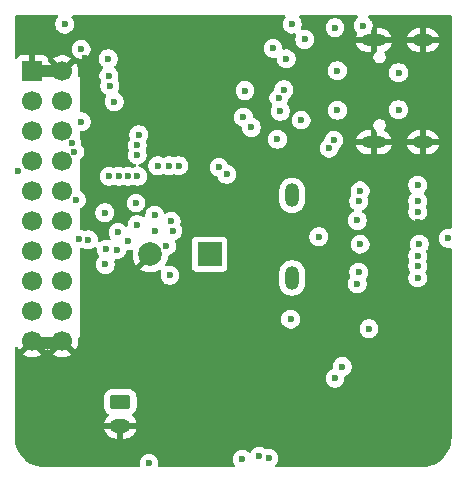
<source format=gbr>
%TF.GenerationSoftware,KiCad,Pcbnew,9.0.0*%
%TF.CreationDate,2025-05-09T11:29:12-04:00*%
%TF.ProjectId,ESP32 Ground Station,45535033-3220-4477-926f-756e64205374,rev?*%
%TF.SameCoordinates,Original*%
%TF.FileFunction,Copper,L3,Inr*%
%TF.FilePolarity,Positive*%
%FSLAX46Y46*%
G04 Gerber Fmt 4.6, Leading zero omitted, Abs format (unit mm)*
G04 Created by KiCad (PCBNEW 9.0.0) date 2025-05-09 11:29:12*
%MOMM*%
%LPD*%
G01*
G04 APERTURE LIST*
G04 Aperture macros list*
%AMRoundRect*
0 Rectangle with rounded corners*
0 $1 Rounding radius*
0 $2 $3 $4 $5 $6 $7 $8 $9 X,Y pos of 4 corners*
0 Add a 4 corners polygon primitive as box body*
4,1,4,$2,$3,$4,$5,$6,$7,$8,$9,$2,$3,0*
0 Add four circle primitives for the rounded corners*
1,1,$1+$1,$2,$3*
1,1,$1+$1,$4,$5*
1,1,$1+$1,$6,$7*
1,1,$1+$1,$8,$9*
0 Add four rect primitives between the rounded corners*
20,1,$1+$1,$2,$3,$4,$5,0*
20,1,$1+$1,$4,$5,$6,$7,0*
20,1,$1+$1,$6,$7,$8,$9,0*
20,1,$1+$1,$8,$9,$2,$3,0*%
G04 Aperture macros list end*
%TA.AperFunction,ComponentPad*%
%ADD10RoundRect,0.250000X-0.625000X0.350000X-0.625000X-0.350000X0.625000X-0.350000X0.625000X0.350000X0*%
%TD*%
%TA.AperFunction,ComponentPad*%
%ADD11O,1.750000X1.200000*%
%TD*%
%TA.AperFunction,ComponentPad*%
%ADD12R,2.000000X2.000000*%
%TD*%
%TA.AperFunction,ComponentPad*%
%ADD13C,2.000000*%
%TD*%
%TA.AperFunction,HeatsinkPad*%
%ADD14O,2.100000X1.000000*%
%TD*%
%TA.AperFunction,HeatsinkPad*%
%ADD15O,1.800000X1.000000*%
%TD*%
%TA.AperFunction,ComponentPad*%
%ADD16R,1.700000X1.700000*%
%TD*%
%TA.AperFunction,ComponentPad*%
%ADD17C,1.700000*%
%TD*%
%TA.AperFunction,ComponentPad*%
%ADD18O,1.200000X2.000000*%
%TD*%
%TA.AperFunction,ViaPad*%
%ADD19C,0.600000*%
%TD*%
G04 APERTURE END LIST*
D10*
%TO.N,VBAT*%
%TO.C,J2*%
X207450000Y-105999999D03*
D11*
%TO.N,GND*%
X207450000Y-107999999D03*
%TD*%
D12*
%TO.N,/BZ_IO*%
%TO.C,BZ1*%
X215000000Y-93500000D03*
D13*
%TO.N,GND*%
X210000000Y-93500000D03*
%TD*%
D14*
%TO.N,GND*%
%TO.C,J3*%
X228895000Y-84000000D03*
D15*
X233075000Y-84000000D03*
D14*
X228895000Y-75360000D03*
D15*
X233075000Y-75360000D03*
%TD*%
D16*
%TO.N,GND*%
%TO.C,J5*%
X200000000Y-78000000D03*
D17*
X202540000Y-78000000D03*
%TO.N,+3v3*%
X200000000Y-80540000D03*
X202540000Y-80540000D03*
%TO.N,/TX*%
X200000000Y-83080000D03*
%TO.N,/SDA*%
X202540000Y-83080000D03*
%TO.N,/RX*%
X200000000Y-85620000D03*
%TO.N,/SCL*%
X202540000Y-85620000D03*
%TO.N,/EN*%
X200000000Y-88160000D03*
%TO.N,/SPI2_MISO*%
X202540000Y-88160000D03*
%TO.N,/IO0*%
X200000000Y-90700000D03*
%TO.N,/SPI2_MOSI*%
X202540000Y-90700000D03*
%TO.N,/TX1*%
X200000000Y-93240000D03*
%TO.N,/SPI2_SCK*%
X202540000Y-93240000D03*
%TO.N,/RX1*%
X200000000Y-95780000D03*
%TO.N,/IO47*%
X202540000Y-95780000D03*
%TO.N,/IO16*%
X200000000Y-98320000D03*
%TO.N,/IO48*%
X202540000Y-98320000D03*
%TO.N,GND*%
X200000000Y-100860000D03*
X202540000Y-100860000D03*
%TD*%
D18*
%TO.N,/PWR_EN*%
%TO.C,SW1*%
X222000000Y-88500000D03*
%TO.N,/SW*%
X222000000Y-95500000D03*
%TD*%
D19*
%TO.N,GND*%
X219750000Y-101375000D03*
X218875000Y-89375000D03*
X214125000Y-99500000D03*
X224500000Y-78000000D03*
X219998325Y-106778254D03*
X215750000Y-77500000D03*
X220625000Y-101250000D03*
X210750000Y-79375000D03*
X223375000Y-103625000D03*
X208125000Y-75000000D03*
X227250000Y-82875000D03*
X215222120Y-101572120D03*
X220020219Y-105318692D03*
X226000000Y-90500000D03*
X214000000Y-81000000D03*
X218625000Y-101500000D03*
X216506908Y-103878070D03*
X225375000Y-109750000D03*
X205199000Y-89202473D03*
X214625000Y-109750000D03*
X218502274Y-106763658D03*
X223375000Y-108625000D03*
X227250000Y-94000000D03*
X221500000Y-105250000D03*
X206625000Y-100500000D03*
X223875000Y-100862500D03*
X226631405Y-85104934D03*
X210750000Y-74804837D03*
X216750000Y-106000000D03*
X230500000Y-108750000D03*
X210875000Y-100500000D03*
X210750000Y-102875000D03*
X225000000Y-77250000D03*
X218850000Y-98375000D03*
X210750000Y-82625000D03*
X227125000Y-76500000D03*
X214050000Y-79350000D03*
X226750000Y-106000000D03*
X207000000Y-103250000D03*
X232625000Y-90750000D03*
X204000000Y-74000000D03*
X210750000Y-81000000D03*
X229750000Y-106875000D03*
X212375000Y-81000000D03*
X226600000Y-79625000D03*
X224949000Y-101125000D03*
X220000000Y-108625000D03*
X216625000Y-74875000D03*
X225875000Y-97501000D03*
X230500000Y-100250000D03*
X216750000Y-108625000D03*
X208026000Y-100500000D03*
X212375000Y-79350000D03*
X223375000Y-106000000D03*
X212400000Y-82625000D03*
X226900000Y-101125000D03*
X218513384Y-105301284D03*
X208026000Y-101625000D03*
X220750000Y-74000000D03*
X214125000Y-74875000D03*
X220250000Y-103750000D03*
X214050000Y-82650000D03*
X221487078Y-106785551D03*
X204470000Y-76835000D03*
%TO.N,/BZ_IO*%
X207250000Y-91625000D03*
X206176472Y-94350000D03*
X211650000Y-95272120D03*
X207125000Y-93125000D03*
%TO.N,VBUS*%
X225832255Y-77957255D03*
X225832255Y-81292745D03*
%TO.N,/BAT_STAT_2*%
X235200000Y-92125000D03*
X228000000Y-74125000D03*
X222000000Y-74000000D03*
%TO.N,/EN*%
X198800000Y-86405959D03*
X202750000Y-74000000D03*
%TO.N,/IO16*%
X203564330Y-84819533D03*
X209000000Y-83375000D03*
%TO.N,/RX1*%
X208875000Y-85073000D03*
X203723027Y-88874497D03*
%TO.N,+3v3*%
X225125000Y-84500000D03*
X232750000Y-92625000D03*
X221862500Y-98975000D03*
X222750000Y-82125000D03*
X224250000Y-92001119D03*
X204125000Y-76125000D03*
X206437500Y-76937500D03*
%TO.N,/IO0*%
X206479331Y-78372177D03*
%TO.N,/TX1*%
X208875000Y-84272997D03*
%TO.N,/SPI2_MISO*%
X211895564Y-91484754D03*
X209875000Y-111200000D03*
X217768612Y-110834149D03*
%TO.N,/SCL*%
X206937500Y-80562500D03*
X203341771Y-84103313D03*
%TO.N,/IO47*%
X208875000Y-90998000D03*
X208102880Y-92352880D03*
%TO.N,/SPI2_SCK*%
X203966611Y-92190323D03*
X226250000Y-103000000D03*
X216450870Y-86709590D03*
X220000000Y-110750000D03*
%TO.N,/IO48*%
X206131289Y-89967240D03*
X206235325Y-93063205D03*
%TO.N,/SDA*%
X206559706Y-79230360D03*
%TO.N,/SPI2_MOSI*%
X204750293Y-92255171D03*
X225625000Y-104000000D03*
X219211932Y-110612331D03*
X215800870Y-86125000D03*
%TO.N,/SD_DATA2*%
X232625000Y-95500000D03*
X227500000Y-96000000D03*
X217875000Y-81875000D03*
%TO.N,/SD_DATA3*%
X218525000Y-82750000D03*
X232625000Y-94500000D03*
X227625000Y-95000000D03*
%TO.N,/SD_CMD*%
X227750000Y-92625000D03*
X218000000Y-79625000D03*
X232625000Y-93625000D03*
%TO.N,/SD_DATA0*%
X227625000Y-89000000D03*
X232625000Y-89000000D03*
X220875000Y-80250000D03*
%TO.N,/SD_DATA1*%
X227750000Y-88125000D03*
X232625000Y-87625000D03*
X221000000Y-81375000D03*
%TO.N,/SD_CD*%
X232616100Y-89911518D03*
X227500000Y-90625000D03*
X220750000Y-83750000D03*
%TO.N,/LED_BAT*%
X210625000Y-86000000D03*
X220375000Y-76050000D03*
%TO.N,/LED_GPIO*%
X204151438Y-82276438D03*
%TO.N,/RAD_IO9*%
X207300003Y-86875000D03*
%TO.N,/RAD_IO8*%
X206500000Y-86875000D03*
%TO.N,/D-*%
X212374999Y-86000000D03*
%TO.N,/RAD_NRST*%
X208900009Y-86875000D03*
%TO.N,/RAD_BUSY*%
X208775000Y-89149000D03*
X208100006Y-86875000D03*
X210350000Y-90198000D03*
%TO.N,/SPI2_CS1*%
X211750000Y-90698106D03*
%TO.N,/D+*%
X211574996Y-86000000D03*
%TO.N,/BAT_STAT_1*%
X210375000Y-91499000D03*
X211350000Y-92799000D03*
%TO.N,/CC1*%
X231000000Y-81250000D03*
%TO.N,/CC2*%
X231000000Y-78125000D03*
%TO.N,/DSTAT1*%
X221500000Y-76950000D03*
%TO.N,/DSTAT2*%
X223050000Y-75300000D03*
%TO.N,/SD_CLK*%
X225536598Y-83814003D03*
X221286598Y-79564003D03*
%TO.N,/DPWR3*%
X228500000Y-99800000D03*
%TO.N,/DPWR5*%
X225625000Y-74300000D03*
%TD*%
%TA.AperFunction,Conductor*%
%TO.N,GND*%
G36*
X202000000Y-101500000D02*
G01*
X200500000Y-101500000D01*
X200500000Y-100500000D01*
X202000000Y-100500000D01*
X202000000Y-101500000D01*
G37*
%TD.AperFunction*%
%TD*%
%TA.AperFunction,Conductor*%
%TO.N,GND*%
G36*
X202000000Y-78500000D02*
G01*
X200500000Y-78500000D01*
X200500000Y-77500000D01*
X202000000Y-77500000D01*
X202000000Y-78500000D01*
G37*
%TD.AperFunction*%
%TD*%
%TA.AperFunction,Conductor*%
%TO.N,GND*%
G36*
X202135598Y-73269685D02*
G01*
X202181353Y-73322489D01*
X202191297Y-73391647D01*
X202162272Y-73455203D01*
X202156240Y-73461681D01*
X202128213Y-73489707D01*
X202128210Y-73489711D01*
X202040609Y-73620814D01*
X202040602Y-73620827D01*
X201980264Y-73766498D01*
X201980261Y-73766510D01*
X201949500Y-73921153D01*
X201949500Y-74078846D01*
X201980261Y-74233489D01*
X201980264Y-74233501D01*
X202040602Y-74379172D01*
X202040609Y-74379185D01*
X202128210Y-74510288D01*
X202128213Y-74510292D01*
X202239707Y-74621786D01*
X202239711Y-74621789D01*
X202370814Y-74709390D01*
X202370827Y-74709397D01*
X202461101Y-74746789D01*
X202516503Y-74769737D01*
X202671153Y-74800499D01*
X202671156Y-74800500D01*
X202671158Y-74800500D01*
X202828844Y-74800500D01*
X202828845Y-74800499D01*
X202983497Y-74769737D01*
X203129179Y-74709394D01*
X203260289Y-74621789D01*
X203371789Y-74510289D01*
X203459394Y-74379179D01*
X203519737Y-74233497D01*
X203550500Y-74078842D01*
X203550500Y-73921158D01*
X203550500Y-73921155D01*
X203550499Y-73921153D01*
X203524353Y-73789711D01*
X203519737Y-73766503D01*
X203511170Y-73745821D01*
X203459397Y-73620827D01*
X203459390Y-73620814D01*
X203371789Y-73489711D01*
X203371786Y-73489707D01*
X203343760Y-73461681D01*
X203310275Y-73400358D01*
X203315259Y-73330666D01*
X203357131Y-73274733D01*
X203422595Y-73250316D01*
X203431441Y-73250000D01*
X221318559Y-73250000D01*
X221385598Y-73269685D01*
X221431353Y-73322489D01*
X221441297Y-73391647D01*
X221412272Y-73455203D01*
X221406240Y-73461681D01*
X221378213Y-73489707D01*
X221378210Y-73489711D01*
X221290609Y-73620814D01*
X221290602Y-73620827D01*
X221230264Y-73766498D01*
X221230261Y-73766510D01*
X221199500Y-73921153D01*
X221199500Y-74078846D01*
X221230261Y-74233489D01*
X221230264Y-74233501D01*
X221290602Y-74379172D01*
X221290609Y-74379185D01*
X221378210Y-74510288D01*
X221378213Y-74510292D01*
X221489707Y-74621786D01*
X221489711Y-74621789D01*
X221620814Y-74709390D01*
X221620827Y-74709397D01*
X221711101Y-74746789D01*
X221766503Y-74769737D01*
X221921153Y-74800499D01*
X221921156Y-74800500D01*
X221921158Y-74800500D01*
X222078843Y-74800500D01*
X222098805Y-74796529D01*
X222190894Y-74778211D01*
X222260483Y-74784438D01*
X222315661Y-74827300D01*
X222338906Y-74893190D01*
X222329646Y-74947280D01*
X222280263Y-75066503D01*
X222280262Y-75066506D01*
X222280262Y-75066507D01*
X222280261Y-75066510D01*
X222249500Y-75221153D01*
X222249500Y-75378846D01*
X222280261Y-75533489D01*
X222280264Y-75533501D01*
X222340602Y-75679172D01*
X222340609Y-75679185D01*
X222428210Y-75810288D01*
X222428213Y-75810292D01*
X222539707Y-75921786D01*
X222539711Y-75921789D01*
X222670814Y-76009390D01*
X222670827Y-76009397D01*
X222816498Y-76069735D01*
X222816503Y-76069737D01*
X222971153Y-76100499D01*
X222971156Y-76100500D01*
X222971158Y-76100500D01*
X223128844Y-76100500D01*
X223128845Y-76100499D01*
X223283497Y-76069737D01*
X223429179Y-76009394D01*
X223560289Y-75921789D01*
X223671789Y-75810289D01*
X223759394Y-75679179D01*
X223762854Y-75670827D01*
X223792166Y-75600060D01*
X223819737Y-75533497D01*
X223850500Y-75378842D01*
X223850500Y-75221158D01*
X223850500Y-75221155D01*
X223850499Y-75221153D01*
X223820096Y-75068309D01*
X223819737Y-75066503D01*
X223770354Y-74947280D01*
X223759397Y-74920827D01*
X223759390Y-74920814D01*
X223671789Y-74789711D01*
X223671786Y-74789707D01*
X223560292Y-74678213D01*
X223560288Y-74678210D01*
X223429185Y-74590609D01*
X223429172Y-74590602D01*
X223283501Y-74530264D01*
X223283489Y-74530261D01*
X223128845Y-74499500D01*
X223128842Y-74499500D01*
X222971158Y-74499500D01*
X222971155Y-74499500D01*
X222859106Y-74521788D01*
X222852429Y-74521190D01*
X222846195Y-74523657D01*
X222818068Y-74518115D01*
X222789515Y-74515561D01*
X222784219Y-74511447D01*
X222777643Y-74510152D01*
X222756980Y-74490287D01*
X222734337Y-74472698D01*
X222732106Y-74466374D01*
X222727274Y-74461729D01*
X222720630Y-74433843D01*
X222711093Y-74406808D01*
X222712253Y-74398683D01*
X222711081Y-74393762D01*
X222716179Y-74371196D01*
X222717902Y-74359134D01*
X222719034Y-74355903D01*
X222769737Y-74233497D01*
X222772192Y-74221153D01*
X224824500Y-74221153D01*
X224824500Y-74378846D01*
X224855261Y-74533489D01*
X224855264Y-74533501D01*
X224915602Y-74679172D01*
X224915609Y-74679185D01*
X225003210Y-74810288D01*
X225003213Y-74810292D01*
X225114707Y-74921786D01*
X225114711Y-74921789D01*
X225245814Y-75009390D01*
X225245827Y-75009397D01*
X225388055Y-75068309D01*
X225391503Y-75069737D01*
X225546153Y-75100499D01*
X225546156Y-75100500D01*
X225546158Y-75100500D01*
X225703844Y-75100500D01*
X225703845Y-75100499D01*
X225858497Y-75069737D01*
X226004179Y-75009394D01*
X226135289Y-74921789D01*
X226246789Y-74810289D01*
X226334394Y-74679179D01*
X226394737Y-74533497D01*
X226425500Y-74378842D01*
X226425500Y-74221158D01*
X226425500Y-74221155D01*
X226425499Y-74221153D01*
X226397192Y-74078846D01*
X226394737Y-74066503D01*
X226334534Y-73921158D01*
X226334397Y-73920827D01*
X226334390Y-73920814D01*
X226246789Y-73789711D01*
X226246786Y-73789707D01*
X226135292Y-73678213D01*
X226135288Y-73678210D01*
X226004185Y-73590609D01*
X226004172Y-73590602D01*
X225858501Y-73530264D01*
X225858489Y-73530261D01*
X225703845Y-73499500D01*
X225703842Y-73499500D01*
X225546158Y-73499500D01*
X225546155Y-73499500D01*
X225391510Y-73530261D01*
X225391498Y-73530264D01*
X225245827Y-73590602D01*
X225245814Y-73590609D01*
X225114711Y-73678210D01*
X225114707Y-73678213D01*
X225003213Y-73789707D01*
X225003210Y-73789711D01*
X224915609Y-73920814D01*
X224915602Y-73920827D01*
X224855264Y-74066498D01*
X224855261Y-74066510D01*
X224824500Y-74221153D01*
X222772192Y-74221153D01*
X222800500Y-74078842D01*
X222800500Y-73921158D01*
X222800500Y-73921155D01*
X222800499Y-73921153D01*
X222774353Y-73789711D01*
X222769737Y-73766503D01*
X222761170Y-73745821D01*
X222709397Y-73620827D01*
X222709390Y-73620814D01*
X222621789Y-73489711D01*
X222621786Y-73489707D01*
X222593760Y-73461681D01*
X222560275Y-73400358D01*
X222565259Y-73330666D01*
X222607131Y-73274733D01*
X222672595Y-73250316D01*
X222681441Y-73250000D01*
X227459894Y-73250000D01*
X227526933Y-73269685D01*
X227572688Y-73322489D01*
X227582632Y-73391647D01*
X227553607Y-73455203D01*
X227528785Y-73477102D01*
X227489711Y-73503210D01*
X227489707Y-73503213D01*
X227378213Y-73614707D01*
X227378210Y-73614711D01*
X227290609Y-73745814D01*
X227290602Y-73745827D01*
X227230264Y-73891498D01*
X227230261Y-73891510D01*
X227199500Y-74046153D01*
X227199500Y-74203846D01*
X227230261Y-74358489D01*
X227230264Y-74358501D01*
X227290602Y-74504172D01*
X227290609Y-74504185D01*
X227378210Y-74635288D01*
X227378213Y-74635292D01*
X227455118Y-74712197D01*
X227488603Y-74773520D01*
X227483619Y-74843212D01*
X227470540Y-74868767D01*
X227458810Y-74886321D01*
X227458809Y-74886323D01*
X227383430Y-75068307D01*
X227383430Y-75068309D01*
X227375138Y-75110000D01*
X228178012Y-75110000D01*
X228160795Y-75119940D01*
X228104940Y-75175795D01*
X228065444Y-75244204D01*
X228045000Y-75320504D01*
X228045000Y-75399496D01*
X228065444Y-75475796D01*
X228104940Y-75544205D01*
X228160795Y-75600060D01*
X228178012Y-75610000D01*
X227375138Y-75610000D01*
X227383430Y-75651690D01*
X227383430Y-75651692D01*
X227458807Y-75833671D01*
X227458814Y-75833684D01*
X227568248Y-75997462D01*
X227568251Y-75997466D01*
X227707533Y-76136748D01*
X227707537Y-76136751D01*
X227871315Y-76246185D01*
X227871328Y-76246192D01*
X228053306Y-76321569D01*
X228053318Y-76321572D01*
X228246504Y-76359999D01*
X228246508Y-76360000D01*
X228645000Y-76360000D01*
X228645000Y-75660000D01*
X229145000Y-75660000D01*
X229145000Y-76255950D01*
X229125315Y-76322989D01*
X229083001Y-76363337D01*
X229072335Y-76369494D01*
X228974496Y-76467333D01*
X228974492Y-76467338D01*
X228905313Y-76587161D01*
X228905312Y-76587164D01*
X228869500Y-76720817D01*
X228869500Y-76859183D01*
X228892788Y-76946093D01*
X228905312Y-76992835D01*
X228905313Y-76992838D01*
X228974492Y-77112661D01*
X228974494Y-77112664D01*
X228974495Y-77112665D01*
X229072335Y-77210505D01*
X229192164Y-77279688D01*
X229325817Y-77315500D01*
X229325819Y-77315500D01*
X229464181Y-77315500D01*
X229464183Y-77315500D01*
X229597836Y-77279688D01*
X229717665Y-77210505D01*
X229815505Y-77112665D01*
X229884688Y-76992836D01*
X229920500Y-76859183D01*
X229920500Y-76720817D01*
X229884688Y-76587164D01*
X229815505Y-76467335D01*
X229815503Y-76467333D01*
X229810559Y-76460890D01*
X229813185Y-76458874D01*
X229787088Y-76411080D01*
X229792072Y-76341388D01*
X229833944Y-76285455D01*
X229860804Y-76270160D01*
X229918674Y-76246190D01*
X229918684Y-76246185D01*
X230082462Y-76136751D01*
X230082466Y-76136748D01*
X230221748Y-75997466D01*
X230221751Y-75997462D01*
X230331185Y-75833684D01*
X230331192Y-75833671D01*
X230406569Y-75651692D01*
X230406569Y-75651690D01*
X230414862Y-75610000D01*
X229611988Y-75610000D01*
X229629205Y-75600060D01*
X229685060Y-75544205D01*
X229724556Y-75475796D01*
X229745000Y-75399496D01*
X229745000Y-75320504D01*
X229724556Y-75244204D01*
X229685060Y-75175795D01*
X229629205Y-75119940D01*
X229611988Y-75110000D01*
X230414862Y-75110000D01*
X231705138Y-75110000D01*
X232508012Y-75110000D01*
X232490795Y-75119940D01*
X232434940Y-75175795D01*
X232395444Y-75244204D01*
X232375000Y-75320504D01*
X232375000Y-75399496D01*
X232395444Y-75475796D01*
X232434940Y-75544205D01*
X232490795Y-75600060D01*
X232508012Y-75610000D01*
X231705138Y-75610000D01*
X231713430Y-75651690D01*
X231713430Y-75651692D01*
X231788807Y-75833671D01*
X231788814Y-75833684D01*
X231898248Y-75997462D01*
X231898251Y-75997466D01*
X232037533Y-76136748D01*
X232037537Y-76136751D01*
X232201315Y-76246185D01*
X232201328Y-76246192D01*
X232383306Y-76321569D01*
X232383318Y-76321572D01*
X232576504Y-76359999D01*
X232576508Y-76360000D01*
X232825000Y-76360000D01*
X232825000Y-75660000D01*
X233325000Y-75660000D01*
X233325000Y-76360000D01*
X233573492Y-76360000D01*
X233573495Y-76359999D01*
X233766681Y-76321572D01*
X233766693Y-76321569D01*
X233948671Y-76246192D01*
X233948684Y-76246185D01*
X234112462Y-76136751D01*
X234112466Y-76136748D01*
X234251748Y-75997466D01*
X234251751Y-75997462D01*
X234361185Y-75833684D01*
X234361192Y-75833671D01*
X234436569Y-75651692D01*
X234436569Y-75651690D01*
X234444862Y-75610000D01*
X233641988Y-75610000D01*
X233659205Y-75600060D01*
X233715060Y-75544205D01*
X233754556Y-75475796D01*
X233775000Y-75399496D01*
X233775000Y-75320504D01*
X233754556Y-75244204D01*
X233715060Y-75175795D01*
X233659205Y-75119940D01*
X233641988Y-75110000D01*
X234444862Y-75110000D01*
X234436569Y-75068309D01*
X234436569Y-75068307D01*
X234361192Y-74886328D01*
X234361185Y-74886315D01*
X234251751Y-74722537D01*
X234251748Y-74722533D01*
X234112466Y-74583251D01*
X234112462Y-74583248D01*
X233948684Y-74473814D01*
X233948671Y-74473807D01*
X233766693Y-74398430D01*
X233766681Y-74398427D01*
X233573495Y-74360000D01*
X233325000Y-74360000D01*
X233325000Y-75060000D01*
X232825000Y-75060000D01*
X232825000Y-74360000D01*
X232576504Y-74360000D01*
X232383318Y-74398427D01*
X232383306Y-74398430D01*
X232201328Y-74473807D01*
X232201315Y-74473814D01*
X232037537Y-74583248D01*
X232037533Y-74583251D01*
X231898251Y-74722533D01*
X231898248Y-74722537D01*
X231788814Y-74886315D01*
X231788807Y-74886328D01*
X231713430Y-75068307D01*
X231713430Y-75068309D01*
X231705138Y-75110000D01*
X230414862Y-75110000D01*
X230406569Y-75068309D01*
X230406569Y-75068307D01*
X230331192Y-74886328D01*
X230331185Y-74886315D01*
X230221751Y-74722537D01*
X230221748Y-74722533D01*
X230082466Y-74583251D01*
X230082462Y-74583248D01*
X229918684Y-74473814D01*
X229918671Y-74473807D01*
X229736693Y-74398430D01*
X229736681Y-74398427D01*
X229543495Y-74360000D01*
X229145000Y-74360000D01*
X229145000Y-75060000D01*
X228645000Y-75060000D01*
X228645000Y-74638166D01*
X228664685Y-74571127D01*
X228665856Y-74569337D01*
X228709394Y-74504179D01*
X228721972Y-74473814D01*
X228749726Y-74406808D01*
X228769737Y-74358497D01*
X228784467Y-74284446D01*
X228800500Y-74203844D01*
X228800500Y-74046155D01*
X228800499Y-74046153D01*
X228769737Y-73891503D01*
X228717959Y-73766498D01*
X228709397Y-73745827D01*
X228709390Y-73745814D01*
X228621789Y-73614711D01*
X228621786Y-73614707D01*
X228510292Y-73503213D01*
X228510288Y-73503210D01*
X228471215Y-73477102D01*
X228426410Y-73423490D01*
X228417703Y-73354165D01*
X228447858Y-73291137D01*
X228507301Y-73254418D01*
X228540106Y-73250000D01*
X235375500Y-73250000D01*
X235442539Y-73269685D01*
X235488294Y-73322489D01*
X235499500Y-73374000D01*
X235499500Y-91217297D01*
X235479815Y-91284336D01*
X235427011Y-91330091D01*
X235357853Y-91340035D01*
X235351309Y-91338914D01*
X235278845Y-91324500D01*
X235278842Y-91324500D01*
X235121158Y-91324500D01*
X235121155Y-91324500D01*
X234966510Y-91355261D01*
X234966498Y-91355264D01*
X234820827Y-91415602D01*
X234820814Y-91415609D01*
X234689711Y-91503210D01*
X234689707Y-91503213D01*
X234578213Y-91614707D01*
X234578210Y-91614711D01*
X234490609Y-91745814D01*
X234490602Y-91745827D01*
X234430264Y-91891498D01*
X234430261Y-91891510D01*
X234399500Y-92046153D01*
X234399500Y-92203846D01*
X234430261Y-92358489D01*
X234430264Y-92358501D01*
X234490602Y-92504172D01*
X234490609Y-92504185D01*
X234578210Y-92635288D01*
X234578213Y-92635292D01*
X234689707Y-92746786D01*
X234689711Y-92746789D01*
X234820814Y-92834390D01*
X234820827Y-92834397D01*
X234966498Y-92894735D01*
X234966503Y-92894737D01*
X235083740Y-92918057D01*
X235121153Y-92925499D01*
X235121156Y-92925500D01*
X235121158Y-92925500D01*
X235278843Y-92925500D01*
X235294564Y-92922372D01*
X235351309Y-92911085D01*
X235420899Y-92917312D01*
X235476077Y-92960174D01*
X235499322Y-93026063D01*
X235499500Y-93032702D01*
X235499500Y-108996249D01*
X235499274Y-109003736D01*
X235481728Y-109293794D01*
X235479923Y-109308659D01*
X235428219Y-109590798D01*
X235424635Y-109605336D01*
X235339306Y-109879167D01*
X235333997Y-109893168D01*
X235216275Y-110154736D01*
X235209316Y-110167995D01*
X235060928Y-110413459D01*
X235052422Y-110425782D01*
X234875526Y-110651573D01*
X234865596Y-110662781D01*
X234662781Y-110865596D01*
X234651573Y-110875526D01*
X234425782Y-111052422D01*
X234413459Y-111060928D01*
X234167995Y-111209316D01*
X234154736Y-111216275D01*
X233893168Y-111333997D01*
X233879167Y-111339306D01*
X233605336Y-111424635D01*
X233590798Y-111428219D01*
X233308659Y-111479923D01*
X233293794Y-111481728D01*
X233003736Y-111499274D01*
X232996249Y-111499500D01*
X220681941Y-111499500D01*
X220614902Y-111479815D01*
X220569147Y-111427011D01*
X220559203Y-111357853D01*
X220588228Y-111294297D01*
X220594260Y-111287819D01*
X220621786Y-111260292D01*
X220621789Y-111260289D01*
X220709394Y-111129179D01*
X220712719Y-111121153D01*
X220739271Y-111057048D01*
X220769737Y-110983497D01*
X220800500Y-110828842D01*
X220800500Y-110671158D01*
X220800500Y-110671155D01*
X220800499Y-110671153D01*
X220782012Y-110578213D01*
X220769737Y-110516503D01*
X220762264Y-110498462D01*
X220709397Y-110370827D01*
X220709390Y-110370814D01*
X220621789Y-110239711D01*
X220621786Y-110239707D01*
X220510292Y-110128213D01*
X220510288Y-110128210D01*
X220379185Y-110040609D01*
X220379172Y-110040602D01*
X220233501Y-109980264D01*
X220233489Y-109980261D01*
X220078845Y-109949500D01*
X220078842Y-109949500D01*
X219921158Y-109949500D01*
X219921153Y-109949500D01*
X219770900Y-109979387D01*
X219701308Y-109973160D01*
X219677818Y-109960872D01*
X219591117Y-109902940D01*
X219591104Y-109902933D01*
X219445433Y-109842595D01*
X219445421Y-109842592D01*
X219290777Y-109811831D01*
X219290774Y-109811831D01*
X219133090Y-109811831D01*
X219133087Y-109811831D01*
X218978442Y-109842592D01*
X218978430Y-109842595D01*
X218832759Y-109902933D01*
X218832746Y-109902940D01*
X218701643Y-109990541D01*
X218701639Y-109990544D01*
X218590145Y-110102038D01*
X218505232Y-110229118D01*
X218451619Y-110273922D01*
X218382294Y-110282629D01*
X218319267Y-110252474D01*
X218314449Y-110247907D01*
X218278904Y-110212362D01*
X218278900Y-110212359D01*
X218147797Y-110124758D01*
X218147784Y-110124751D01*
X218002113Y-110064413D01*
X218002101Y-110064410D01*
X217847457Y-110033649D01*
X217847454Y-110033649D01*
X217689770Y-110033649D01*
X217689767Y-110033649D01*
X217535122Y-110064410D01*
X217535110Y-110064413D01*
X217389439Y-110124751D01*
X217389426Y-110124758D01*
X217258323Y-110212359D01*
X217258319Y-110212362D01*
X217146825Y-110323856D01*
X217146822Y-110323860D01*
X217059221Y-110454963D01*
X217059214Y-110454976D01*
X216998876Y-110600647D01*
X216998873Y-110600659D01*
X216968112Y-110755302D01*
X216968112Y-110912995D01*
X216998873Y-111067638D01*
X216998876Y-111067650D01*
X217059214Y-111213321D01*
X217059221Y-111213334D01*
X217121546Y-111306609D01*
X217142424Y-111373286D01*
X217123940Y-111440667D01*
X217071961Y-111487357D01*
X217018444Y-111499500D01*
X210782703Y-111499500D01*
X210715664Y-111479815D01*
X210669909Y-111427011D01*
X210659965Y-111357853D01*
X210661086Y-111351309D01*
X210675499Y-111278846D01*
X210675500Y-111278844D01*
X210675500Y-111121155D01*
X210675499Y-111121153D01*
X210668857Y-111087760D01*
X210644737Y-110966503D01*
X210644735Y-110966498D01*
X210584397Y-110820827D01*
X210584390Y-110820814D01*
X210496789Y-110689711D01*
X210496786Y-110689707D01*
X210385292Y-110578213D01*
X210385288Y-110578210D01*
X210254185Y-110490609D01*
X210254172Y-110490602D01*
X210108501Y-110430264D01*
X210108489Y-110430261D01*
X209953845Y-110399500D01*
X209953842Y-110399500D01*
X209796158Y-110399500D01*
X209796155Y-110399500D01*
X209641510Y-110430261D01*
X209641498Y-110430264D01*
X209495827Y-110490602D01*
X209495814Y-110490609D01*
X209364711Y-110578210D01*
X209364707Y-110578213D01*
X209253213Y-110689707D01*
X209253210Y-110689711D01*
X209165609Y-110820814D01*
X209165602Y-110820827D01*
X209105264Y-110966498D01*
X209105261Y-110966510D01*
X209074500Y-111121153D01*
X209074500Y-111278846D01*
X209088914Y-111351309D01*
X209082687Y-111420900D01*
X209039824Y-111476078D01*
X208973934Y-111499322D01*
X208967297Y-111499500D01*
X201003751Y-111499500D01*
X200996264Y-111499274D01*
X200706205Y-111481728D01*
X200691340Y-111479923D01*
X200409201Y-111428219D01*
X200394663Y-111424635D01*
X200120832Y-111339306D01*
X200106831Y-111333997D01*
X199845263Y-111216275D01*
X199832004Y-111209316D01*
X199699441Y-111129179D01*
X199586537Y-111060926D01*
X199574217Y-111052422D01*
X199464558Y-110966510D01*
X199396252Y-110912995D01*
X199348426Y-110875526D01*
X199337218Y-110865596D01*
X199134403Y-110662781D01*
X199124473Y-110651573D01*
X198947573Y-110425776D01*
X198939075Y-110413465D01*
X198790680Y-110167989D01*
X198783727Y-110154743D01*
X198666000Y-109893163D01*
X198660693Y-109879167D01*
X198649296Y-109842594D01*
X198575363Y-109605335D01*
X198571780Y-109590798D01*
X198520076Y-109308659D01*
X198518271Y-109293794D01*
X198500726Y-109003736D01*
X198500500Y-108996249D01*
X198500500Y-105599982D01*
X206074500Y-105599982D01*
X206074500Y-106400000D01*
X206074501Y-106400018D01*
X206085000Y-106502795D01*
X206085001Y-106502798D01*
X206140185Y-106669330D01*
X206140186Y-106669333D01*
X206232288Y-106818655D01*
X206356344Y-106942711D01*
X206420981Y-106982579D01*
X206467705Y-107034525D01*
X206478928Y-107103488D01*
X206451085Y-107167570D01*
X206443566Y-107175798D01*
X206335964Y-107283400D01*
X206234195Y-107423474D01*
X206155591Y-107577743D01*
X206102085Y-107742414D01*
X206100884Y-107749998D01*
X206100885Y-107749999D01*
X207169670Y-107749999D01*
X207149925Y-107769744D01*
X207100556Y-107855254D01*
X207075000Y-107950629D01*
X207075000Y-108049369D01*
X207100556Y-108144744D01*
X207149925Y-108230254D01*
X207169670Y-108249999D01*
X206100885Y-108249999D01*
X206102085Y-108257583D01*
X206155591Y-108422254D01*
X206234195Y-108576523D01*
X206335967Y-108716601D01*
X206458397Y-108839031D01*
X206598475Y-108940803D01*
X206752742Y-109019407D01*
X206917415Y-109072913D01*
X207088429Y-109099999D01*
X207200000Y-109099999D01*
X207200000Y-108280329D01*
X207219745Y-108300074D01*
X207305255Y-108349443D01*
X207400630Y-108374999D01*
X207499370Y-108374999D01*
X207594745Y-108349443D01*
X207680255Y-108300074D01*
X207700000Y-108280329D01*
X207700000Y-109099999D01*
X207811571Y-109099999D01*
X207982584Y-109072913D01*
X208147257Y-109019407D01*
X208301524Y-108940803D01*
X208441602Y-108839031D01*
X208564032Y-108716601D01*
X208665804Y-108576523D01*
X208744408Y-108422254D01*
X208797914Y-108257583D01*
X208799115Y-108249999D01*
X207730330Y-108249999D01*
X207750075Y-108230254D01*
X207799444Y-108144744D01*
X207825000Y-108049369D01*
X207825000Y-107950629D01*
X207799444Y-107855254D01*
X207750075Y-107769744D01*
X207730330Y-107749999D01*
X208799115Y-107749999D01*
X208799115Y-107749998D01*
X208797914Y-107742414D01*
X208744408Y-107577743D01*
X208665804Y-107423474D01*
X208564032Y-107283396D01*
X208456434Y-107175798D01*
X208422949Y-107114475D01*
X208427933Y-107044783D01*
X208469805Y-106988850D01*
X208478995Y-106982593D01*
X208543656Y-106942711D01*
X208667712Y-106818655D01*
X208759814Y-106669333D01*
X208814999Y-106502796D01*
X208825500Y-106400008D01*
X208825499Y-105599991D01*
X208814999Y-105497202D01*
X208759814Y-105330665D01*
X208667712Y-105181343D01*
X208543656Y-105057287D01*
X208394334Y-104965185D01*
X208227797Y-104910000D01*
X208227795Y-104909999D01*
X208125010Y-104899499D01*
X206774998Y-104899499D01*
X206774981Y-104899500D01*
X206672203Y-104909999D01*
X206672200Y-104910000D01*
X206505668Y-104965184D01*
X206505663Y-104965186D01*
X206356342Y-105057288D01*
X206232289Y-105181341D01*
X206140187Y-105330662D01*
X206140186Y-105330665D01*
X206085001Y-105497202D01*
X206085001Y-105497203D01*
X206085000Y-105497203D01*
X206074500Y-105599982D01*
X198500500Y-105599982D01*
X198500500Y-103921153D01*
X224824500Y-103921153D01*
X224824500Y-104078846D01*
X224855261Y-104233489D01*
X224855264Y-104233501D01*
X224915602Y-104379172D01*
X224915609Y-104379185D01*
X225003210Y-104510288D01*
X225003213Y-104510292D01*
X225114707Y-104621786D01*
X225114711Y-104621789D01*
X225245814Y-104709390D01*
X225245827Y-104709397D01*
X225391498Y-104769735D01*
X225391503Y-104769737D01*
X225546153Y-104800499D01*
X225546156Y-104800500D01*
X225546158Y-104800500D01*
X225703844Y-104800500D01*
X225703845Y-104800499D01*
X225858497Y-104769737D01*
X226004179Y-104709394D01*
X226135289Y-104621789D01*
X226246789Y-104510289D01*
X226334394Y-104379179D01*
X226394737Y-104233497D01*
X226425500Y-104078842D01*
X226425500Y-103921158D01*
X226421941Y-103903266D01*
X226428167Y-103833676D01*
X226471029Y-103778498D01*
X226496094Y-103764519D01*
X226629179Y-103709394D01*
X226760289Y-103621789D01*
X226871789Y-103510289D01*
X226959394Y-103379179D01*
X227019737Y-103233497D01*
X227050500Y-103078842D01*
X227050500Y-102921158D01*
X227050500Y-102921155D01*
X227050499Y-102921153D01*
X227019738Y-102766510D01*
X227019737Y-102766503D01*
X227019735Y-102766498D01*
X226959397Y-102620827D01*
X226959390Y-102620814D01*
X226871789Y-102489711D01*
X226871786Y-102489707D01*
X226760292Y-102378213D01*
X226760288Y-102378210D01*
X226629185Y-102290609D01*
X226629172Y-102290602D01*
X226483501Y-102230264D01*
X226483489Y-102230261D01*
X226328845Y-102199500D01*
X226328842Y-102199500D01*
X226171158Y-102199500D01*
X226171155Y-102199500D01*
X226016510Y-102230261D01*
X226016498Y-102230264D01*
X225870827Y-102290602D01*
X225870814Y-102290609D01*
X225739711Y-102378210D01*
X225739707Y-102378213D01*
X225628213Y-102489707D01*
X225628210Y-102489711D01*
X225540609Y-102620814D01*
X225540602Y-102620827D01*
X225480264Y-102766498D01*
X225480261Y-102766510D01*
X225449500Y-102921153D01*
X225449500Y-102921158D01*
X225449500Y-103078842D01*
X225449501Y-103078846D01*
X225453059Y-103096734D01*
X225446830Y-103166326D01*
X225403967Y-103221502D01*
X225378894Y-103235485D01*
X225245824Y-103290604D01*
X225245814Y-103290609D01*
X225114711Y-103378210D01*
X225114707Y-103378213D01*
X225003213Y-103489707D01*
X225003210Y-103489711D01*
X224915609Y-103620814D01*
X224915602Y-103620827D01*
X224855264Y-103766498D01*
X224855261Y-103766510D01*
X224824500Y-103921153D01*
X198500500Y-103921153D01*
X198500500Y-101396611D01*
X198520185Y-101329572D01*
X198572989Y-101283817D01*
X198642147Y-101273873D01*
X198705703Y-101302898D01*
X198742432Y-101358294D01*
X198748906Y-101378221D01*
X198845375Y-101567550D01*
X198884728Y-101621716D01*
X199517036Y-100989407D01*
X199534075Y-101052993D01*
X199599901Y-101167007D01*
X199692993Y-101260099D01*
X199807007Y-101325925D01*
X199870590Y-101342962D01*
X199238282Y-101975269D01*
X199238282Y-101975270D01*
X199292449Y-102014624D01*
X199481782Y-102111095D01*
X199683870Y-102176757D01*
X199893754Y-102210000D01*
X200106246Y-102210000D01*
X200316127Y-102176757D01*
X200316130Y-102176757D01*
X200518217Y-102111095D01*
X200707554Y-102014622D01*
X200761716Y-101975270D01*
X200761717Y-101975270D01*
X200129408Y-101342962D01*
X200192993Y-101325925D01*
X200307007Y-101260099D01*
X200400099Y-101167007D01*
X200465925Y-101052993D01*
X200482962Y-100989409D01*
X200500000Y-101006447D01*
X200500000Y-101500000D01*
X200993553Y-101500000D01*
X201115270Y-101621717D01*
X201115270Y-101621716D01*
X201154622Y-101567554D01*
X201159514Y-101557954D01*
X201207488Y-101507157D01*
X201236387Y-101500000D01*
X201303595Y-101500000D01*
X201341444Y-101512897D01*
X201380486Y-101557954D01*
X201385375Y-101567550D01*
X201424728Y-101621716D01*
X201546444Y-101500000D01*
X202000000Y-101500000D01*
X202000000Y-101046443D01*
X202057036Y-100989407D01*
X202074075Y-101052993D01*
X202139901Y-101167007D01*
X202232993Y-101260099D01*
X202347007Y-101325925D01*
X202410590Y-101342962D01*
X201778282Y-101975269D01*
X201778282Y-101975270D01*
X201832449Y-102014624D01*
X202021782Y-102111095D01*
X202223870Y-102176757D01*
X202433754Y-102210000D01*
X202646246Y-102210000D01*
X202856127Y-102176757D01*
X202856130Y-102176757D01*
X203058217Y-102111095D01*
X203247554Y-102014622D01*
X203301716Y-101975270D01*
X203301717Y-101975270D01*
X202669408Y-101342962D01*
X202732993Y-101325925D01*
X202847007Y-101260099D01*
X202940099Y-101167007D01*
X203005925Y-101052993D01*
X203022962Y-100989409D01*
X203655270Y-101621717D01*
X203655270Y-101621716D01*
X203694622Y-101567554D01*
X203791095Y-101378217D01*
X203856757Y-101176130D01*
X203856757Y-101176127D01*
X203890000Y-100966246D01*
X203890000Y-100753754D01*
X203872521Y-100643398D01*
X203881475Y-100574105D01*
X203926472Y-100520653D01*
X203993223Y-100500013D01*
X203994994Y-100500000D01*
X204000000Y-100500000D01*
X204000000Y-98896153D01*
X221062000Y-98896153D01*
X221062000Y-99053846D01*
X221092761Y-99208489D01*
X221092764Y-99208501D01*
X221153102Y-99354172D01*
X221153109Y-99354185D01*
X221240710Y-99485288D01*
X221240713Y-99485292D01*
X221352207Y-99596786D01*
X221352211Y-99596789D01*
X221483314Y-99684390D01*
X221483327Y-99684397D01*
X221628998Y-99744735D01*
X221629003Y-99744737D01*
X221783653Y-99775499D01*
X221783656Y-99775500D01*
X221783658Y-99775500D01*
X221941344Y-99775500D01*
X221941345Y-99775499D01*
X222095997Y-99744737D01*
X222152934Y-99721153D01*
X227699500Y-99721153D01*
X227699500Y-99878846D01*
X227730261Y-100033489D01*
X227730264Y-100033501D01*
X227790602Y-100179172D01*
X227790609Y-100179185D01*
X227878210Y-100310288D01*
X227878213Y-100310292D01*
X227989707Y-100421786D01*
X227989711Y-100421789D01*
X228120814Y-100509390D01*
X228120827Y-100509397D01*
X228226079Y-100552993D01*
X228266503Y-100569737D01*
X228421153Y-100600499D01*
X228421156Y-100600500D01*
X228421158Y-100600500D01*
X228578844Y-100600500D01*
X228578845Y-100600499D01*
X228733497Y-100569737D01*
X228879179Y-100509394D01*
X229010289Y-100421789D01*
X229121789Y-100310289D01*
X229209394Y-100179179D01*
X229269737Y-100033497D01*
X229300500Y-99878842D01*
X229300500Y-99721158D01*
X229300500Y-99721155D01*
X229300499Y-99721153D01*
X229275761Y-99596789D01*
X229269737Y-99566503D01*
X229236099Y-99485292D01*
X229209397Y-99420827D01*
X229209390Y-99420814D01*
X229121789Y-99289711D01*
X229121786Y-99289707D01*
X229010292Y-99178213D01*
X229010288Y-99178210D01*
X228879185Y-99090609D01*
X228879172Y-99090602D01*
X228733501Y-99030264D01*
X228733489Y-99030261D01*
X228578845Y-98999500D01*
X228578842Y-98999500D01*
X228421158Y-98999500D01*
X228421155Y-98999500D01*
X228266510Y-99030261D01*
X228266498Y-99030264D01*
X228120827Y-99090602D01*
X228120814Y-99090609D01*
X227989711Y-99178210D01*
X227989707Y-99178213D01*
X227878213Y-99289707D01*
X227878210Y-99289711D01*
X227790609Y-99420814D01*
X227790602Y-99420827D01*
X227730264Y-99566498D01*
X227730261Y-99566510D01*
X227699500Y-99721153D01*
X222152934Y-99721153D01*
X222241679Y-99684394D01*
X222372789Y-99596789D01*
X222484289Y-99485289D01*
X222571894Y-99354179D01*
X222632237Y-99208497D01*
X222663000Y-99053842D01*
X222663000Y-98896158D01*
X222663000Y-98896155D01*
X222662999Y-98896153D01*
X222632238Y-98741510D01*
X222632237Y-98741503D01*
X222632235Y-98741498D01*
X222571897Y-98595827D01*
X222571890Y-98595814D01*
X222484289Y-98464711D01*
X222484286Y-98464707D01*
X222372792Y-98353213D01*
X222372788Y-98353210D01*
X222241685Y-98265609D01*
X222241672Y-98265602D01*
X222096001Y-98205264D01*
X222095989Y-98205261D01*
X221941345Y-98174500D01*
X221941342Y-98174500D01*
X221783658Y-98174500D01*
X221783655Y-98174500D01*
X221629010Y-98205261D01*
X221628998Y-98205264D01*
X221483327Y-98265602D01*
X221483314Y-98265609D01*
X221352211Y-98353210D01*
X221352207Y-98353213D01*
X221240713Y-98464707D01*
X221240710Y-98464711D01*
X221153109Y-98595814D01*
X221153102Y-98595827D01*
X221092764Y-98741498D01*
X221092761Y-98741510D01*
X221062000Y-98896153D01*
X204000000Y-98896153D01*
X204000000Y-93101628D01*
X204007866Y-93074837D01*
X204012533Y-93047304D01*
X204017576Y-93041770D01*
X204019685Y-93034589D01*
X204040785Y-93016305D01*
X204059598Y-92995664D01*
X204068692Y-92992123D01*
X204072489Y-92988834D01*
X204092060Y-92981812D01*
X204095899Y-92980788D01*
X204200108Y-92960060D01*
X204247863Y-92940278D01*
X204255789Y-92938166D01*
X204282843Y-92938844D01*
X204309744Y-92935952D01*
X204319163Y-92939755D01*
X204325637Y-92939918D01*
X204334554Y-92945970D01*
X204356619Y-92954879D01*
X204371114Y-92964565D01*
X204371117Y-92964566D01*
X204371118Y-92964567D01*
X204496026Y-93016305D01*
X204516796Y-93024908D01*
X204636994Y-93048817D01*
X204671446Y-93055670D01*
X204671449Y-93055671D01*
X204671451Y-93055671D01*
X204829137Y-93055671D01*
X204829138Y-93055670D01*
X204983790Y-93024908D01*
X205129472Y-92964565D01*
X205241934Y-92889419D01*
X205308611Y-92868542D01*
X205375991Y-92887026D01*
X205422682Y-92939005D01*
X205434825Y-92992522D01*
X205434825Y-93142051D01*
X205465586Y-93296694D01*
X205465589Y-93296706D01*
X205525927Y-93442377D01*
X205525934Y-93442390D01*
X205613535Y-93573493D01*
X205613537Y-93573496D01*
X205629534Y-93589492D01*
X205663021Y-93650814D01*
X205658038Y-93720506D01*
X205629537Y-93764856D01*
X205554682Y-93839711D01*
X205467081Y-93970814D01*
X205467074Y-93970827D01*
X205406736Y-94116498D01*
X205406733Y-94116510D01*
X205375972Y-94271153D01*
X205375972Y-94428846D01*
X205406733Y-94583489D01*
X205406736Y-94583501D01*
X205467074Y-94729172D01*
X205467081Y-94729185D01*
X205554682Y-94860288D01*
X205554685Y-94860292D01*
X205666179Y-94971786D01*
X205666183Y-94971789D01*
X205797286Y-95059390D01*
X205797299Y-95059397D01*
X205942970Y-95119735D01*
X205942975Y-95119737D01*
X206097625Y-95150499D01*
X206097628Y-95150500D01*
X206097630Y-95150500D01*
X206255316Y-95150500D01*
X206255317Y-95150499D01*
X206409969Y-95119737D01*
X206555651Y-95059394D01*
X206686761Y-94971789D01*
X206798261Y-94860289D01*
X206885866Y-94729179D01*
X206946209Y-94583497D01*
X206976972Y-94428842D01*
X206976972Y-94271158D01*
X206976972Y-94271155D01*
X206976971Y-94271153D01*
X206946210Y-94116510D01*
X206946209Y-94116503D01*
X206938111Y-94096952D01*
X206930642Y-94027483D01*
X206961917Y-93965004D01*
X207022006Y-93929352D01*
X207052672Y-93925500D01*
X207203844Y-93925500D01*
X207203845Y-93925499D01*
X207358497Y-93894737D01*
X207504179Y-93834394D01*
X207635289Y-93746789D01*
X207746789Y-93635289D01*
X207834394Y-93504179D01*
X207894737Y-93358497D01*
X207904525Y-93309289D01*
X207915685Y-93253188D01*
X207948070Y-93191277D01*
X208008786Y-93156703D01*
X208037302Y-93153380D01*
X208181724Y-93153380D01*
X208181725Y-93153379D01*
X208336377Y-93122617D01*
X208350882Y-93116608D01*
X208420348Y-93109139D01*
X208482828Y-93140412D01*
X208518482Y-93200500D01*
X208520808Y-93250566D01*
X208500000Y-93381946D01*
X208500000Y-93618052D01*
X208536934Y-93851247D01*
X208609897Y-94075802D01*
X208717087Y-94286174D01*
X208777338Y-94369104D01*
X208777340Y-94369105D01*
X209517037Y-93629408D01*
X209534075Y-93692993D01*
X209599901Y-93807007D01*
X209692993Y-93900099D01*
X209807007Y-93965925D01*
X209870589Y-93982962D01*
X209130893Y-94722658D01*
X209213828Y-94782914D01*
X209424197Y-94890102D01*
X209648752Y-94963065D01*
X209648751Y-94963065D01*
X209881948Y-95000000D01*
X210118052Y-95000000D01*
X210351247Y-94963065D01*
X210575802Y-94890102D01*
X210740202Y-94806336D01*
X210808871Y-94793440D01*
X210873611Y-94819716D01*
X210913869Y-94876822D01*
X210916861Y-94946628D01*
X210911059Y-94964272D01*
X210880263Y-95038622D01*
X210880261Y-95038630D01*
X210849500Y-95193273D01*
X210849500Y-95350966D01*
X210880261Y-95505609D01*
X210880264Y-95505621D01*
X210940602Y-95651292D01*
X210940609Y-95651305D01*
X211028210Y-95782408D01*
X211028213Y-95782412D01*
X211139707Y-95893906D01*
X211139711Y-95893909D01*
X211270814Y-95981510D01*
X211270827Y-95981517D01*
X211416498Y-96041855D01*
X211416503Y-96041857D01*
X211571153Y-96072619D01*
X211571156Y-96072620D01*
X211571158Y-96072620D01*
X211728844Y-96072620D01*
X211728845Y-96072619D01*
X211883497Y-96041857D01*
X212029179Y-95981514D01*
X212160289Y-95893909D01*
X212271789Y-95782409D01*
X212359394Y-95651299D01*
X212419737Y-95505617D01*
X212450500Y-95350962D01*
X212450500Y-95193278D01*
X212450500Y-95193275D01*
X212450499Y-95193273D01*
X212441991Y-95150499D01*
X212419737Y-95038623D01*
X212409285Y-95013389D01*
X220899500Y-95013389D01*
X220899500Y-95986610D01*
X220920909Y-96121786D01*
X220926598Y-96157701D01*
X220980127Y-96322445D01*
X221058768Y-96476788D01*
X221160586Y-96616928D01*
X221283072Y-96739414D01*
X221423212Y-96841232D01*
X221577555Y-96919873D01*
X221742299Y-96973402D01*
X221913389Y-97000500D01*
X221913390Y-97000500D01*
X222086610Y-97000500D01*
X222086611Y-97000500D01*
X222257701Y-96973402D01*
X222422445Y-96919873D01*
X222576788Y-96841232D01*
X222716928Y-96739414D01*
X222839414Y-96616928D01*
X222941232Y-96476788D01*
X223019873Y-96322445D01*
X223073402Y-96157701D01*
X223100500Y-95986611D01*
X223100500Y-95921153D01*
X226699500Y-95921153D01*
X226699500Y-96078846D01*
X226730261Y-96233489D01*
X226730264Y-96233501D01*
X226790602Y-96379172D01*
X226790609Y-96379185D01*
X226878210Y-96510288D01*
X226878213Y-96510292D01*
X226989707Y-96621786D01*
X226989711Y-96621789D01*
X227120814Y-96709390D01*
X227120827Y-96709397D01*
X227193296Y-96739414D01*
X227266503Y-96769737D01*
X227421153Y-96800499D01*
X227421156Y-96800500D01*
X227421158Y-96800500D01*
X227578844Y-96800500D01*
X227578845Y-96800499D01*
X227733497Y-96769737D01*
X227879179Y-96709394D01*
X228010289Y-96621789D01*
X228121789Y-96510289D01*
X228209394Y-96379179D01*
X228269737Y-96233497D01*
X228300500Y-96078842D01*
X228300500Y-95921158D01*
X228300500Y-95921155D01*
X228300499Y-95921153D01*
X228292148Y-95879172D01*
X228269737Y-95766503D01*
X228219678Y-95645651D01*
X228212210Y-95576182D01*
X228243485Y-95513703D01*
X228246513Y-95510564D01*
X228246789Y-95510289D01*
X228334394Y-95379179D01*
X228394737Y-95233497D01*
X228425500Y-95078842D01*
X228425500Y-94921158D01*
X228425500Y-94921155D01*
X228425499Y-94921153D01*
X228394737Y-94766503D01*
X228392800Y-94761827D01*
X228334397Y-94620827D01*
X228334390Y-94620814D01*
X228246789Y-94489711D01*
X228246786Y-94489707D01*
X228135292Y-94378213D01*
X228135288Y-94378210D01*
X228004185Y-94290609D01*
X228004172Y-94290602D01*
X227858501Y-94230264D01*
X227858489Y-94230261D01*
X227703845Y-94199500D01*
X227703842Y-94199500D01*
X227546158Y-94199500D01*
X227546155Y-94199500D01*
X227391510Y-94230261D01*
X227391498Y-94230264D01*
X227245827Y-94290602D01*
X227245814Y-94290609D01*
X227114711Y-94378210D01*
X227114707Y-94378213D01*
X227003213Y-94489707D01*
X227003210Y-94489711D01*
X226915609Y-94620814D01*
X226915602Y-94620827D01*
X226855264Y-94766498D01*
X226855261Y-94766510D01*
X226824500Y-94921153D01*
X226824500Y-95078846D01*
X226855261Y-95233489D01*
X226855264Y-95233501D01*
X226905320Y-95354348D01*
X226912789Y-95423817D01*
X226881513Y-95486296D01*
X226878450Y-95489472D01*
X226878211Y-95489710D01*
X226878208Y-95489714D01*
X226790609Y-95620814D01*
X226790602Y-95620827D01*
X226730264Y-95766498D01*
X226730261Y-95766510D01*
X226699500Y-95921153D01*
X223100500Y-95921153D01*
X223100500Y-95013389D01*
X223073402Y-94842299D01*
X223019873Y-94677555D01*
X222941232Y-94523212D01*
X222839414Y-94383072D01*
X222716928Y-94260586D01*
X222576788Y-94158768D01*
X222422445Y-94080127D01*
X222257701Y-94026598D01*
X222257699Y-94026597D01*
X222257698Y-94026597D01*
X222116153Y-94004179D01*
X222086611Y-93999500D01*
X221913389Y-93999500D01*
X221883847Y-94004179D01*
X221742302Y-94026597D01*
X221577552Y-94080128D01*
X221423211Y-94158768D01*
X221367149Y-94199500D01*
X221283072Y-94260586D01*
X221283070Y-94260588D01*
X221283069Y-94260588D01*
X221160588Y-94383069D01*
X221160588Y-94383070D01*
X221160586Y-94383072D01*
X221132917Y-94421155D01*
X221058768Y-94523211D01*
X220980128Y-94677552D01*
X220926597Y-94842302D01*
X220899500Y-95013389D01*
X212409285Y-95013389D01*
X212359397Y-94892947D01*
X212359390Y-94892934D01*
X212271789Y-94761831D01*
X212271786Y-94761827D01*
X212160292Y-94650333D01*
X212160288Y-94650330D01*
X212029185Y-94562729D01*
X212029172Y-94562722D01*
X211883501Y-94502384D01*
X211883489Y-94502381D01*
X211728845Y-94471620D01*
X211728842Y-94471620D01*
X211571158Y-94471620D01*
X211571155Y-94471620D01*
X211416510Y-94502381D01*
X211416503Y-94502382D01*
X211406889Y-94506365D01*
X211337419Y-94513830D01*
X211274941Y-94482551D01*
X211239292Y-94422461D01*
X211241790Y-94352636D01*
X211259125Y-94318914D01*
X211282914Y-94286172D01*
X211390102Y-94075802D01*
X211463065Y-93851247D01*
X211463066Y-93851246D01*
X211491840Y-93669571D01*
X211521769Y-93606436D01*
X211578320Y-93570307D01*
X211583490Y-93568738D01*
X211583497Y-93568737D01*
X211729179Y-93508394D01*
X211860289Y-93420789D01*
X211971789Y-93309289D01*
X212059394Y-93178179D01*
X212119737Y-93032497D01*
X212150500Y-92877842D01*
X212150500Y-92720158D01*
X212150500Y-92720155D01*
X212150499Y-92720153D01*
X212147255Y-92703844D01*
X212119737Y-92565503D01*
X212072779Y-92452135D01*
X213499500Y-92452135D01*
X213499500Y-94547870D01*
X213499501Y-94547876D01*
X213505908Y-94607483D01*
X213556202Y-94742328D01*
X213556206Y-94742335D01*
X213642452Y-94857544D01*
X213642455Y-94857547D01*
X213757664Y-94943793D01*
X213757671Y-94943797D01*
X213892517Y-94994091D01*
X213892516Y-94994091D01*
X213899444Y-94994835D01*
X213952127Y-95000500D01*
X216047872Y-95000499D01*
X216107483Y-94994091D01*
X216242331Y-94943796D01*
X216242720Y-94943504D01*
X216288478Y-94909251D01*
X216331797Y-94876822D01*
X216357546Y-94857546D01*
X216443796Y-94742331D01*
X216494091Y-94607483D01*
X216500500Y-94547873D01*
X216500500Y-93546153D01*
X231824500Y-93546153D01*
X231824500Y-93703846D01*
X231855261Y-93858489D01*
X231855264Y-93858501D01*
X231917937Y-94009807D01*
X231916831Y-94010265D01*
X231929777Y-94072456D01*
X231917304Y-94114931D01*
X231917937Y-94115193D01*
X231855264Y-94266498D01*
X231855261Y-94266510D01*
X231824500Y-94421153D01*
X231824500Y-94578846D01*
X231855261Y-94733489D01*
X231855264Y-94733501D01*
X231915602Y-94879172D01*
X231915609Y-94879185D01*
X231950304Y-94931109D01*
X231971182Y-94997786D01*
X231952698Y-95065167D01*
X231950304Y-95068891D01*
X231915609Y-95120814D01*
X231915602Y-95120827D01*
X231855264Y-95266498D01*
X231855261Y-95266510D01*
X231824500Y-95421153D01*
X231824500Y-95578846D01*
X231855261Y-95733489D01*
X231855264Y-95733501D01*
X231915602Y-95879172D01*
X231915609Y-95879185D01*
X232003210Y-96010288D01*
X232003213Y-96010292D01*
X232114707Y-96121786D01*
X232114711Y-96121789D01*
X232245814Y-96209390D01*
X232245827Y-96209397D01*
X232391498Y-96269735D01*
X232391503Y-96269737D01*
X232546153Y-96300499D01*
X232546156Y-96300500D01*
X232546158Y-96300500D01*
X232703844Y-96300500D01*
X232703845Y-96300499D01*
X232858497Y-96269737D01*
X233004179Y-96209394D01*
X233135289Y-96121789D01*
X233246789Y-96010289D01*
X233334394Y-95879179D01*
X233394737Y-95733497D01*
X233425500Y-95578842D01*
X233425500Y-95421158D01*
X233425500Y-95421155D01*
X233425499Y-95421153D01*
X233417148Y-95379172D01*
X233394737Y-95266503D01*
X233381062Y-95233489D01*
X233334396Y-95120825D01*
X233334394Y-95120822D01*
X233334394Y-95120821D01*
X233299694Y-95068889D01*
X233278816Y-95002215D01*
X233297300Y-94934835D01*
X233299676Y-94931136D01*
X233334394Y-94879179D01*
X233394737Y-94733497D01*
X233425500Y-94578842D01*
X233425500Y-94421158D01*
X233425500Y-94421155D01*
X233425499Y-94421153D01*
X233417924Y-94383070D01*
X233394737Y-94266503D01*
X233392286Y-94260586D01*
X233332063Y-94115192D01*
X233333170Y-94114733D01*
X233320223Y-94052553D01*
X233332696Y-94010070D01*
X233332063Y-94009808D01*
X233377505Y-93900099D01*
X233394737Y-93858497D01*
X233425500Y-93703842D01*
X233425500Y-93546158D01*
X233425500Y-93546155D01*
X233425499Y-93546153D01*
X233404858Y-93442384D01*
X233394737Y-93391503D01*
X233344678Y-93270651D01*
X233337210Y-93201182D01*
X233368485Y-93138703D01*
X233371513Y-93135564D01*
X233371789Y-93135289D01*
X233459394Y-93004179D01*
X233464223Y-92992522D01*
X233483505Y-92945970D01*
X233519737Y-92858497D01*
X233550500Y-92703842D01*
X233550500Y-92546158D01*
X233550500Y-92546155D01*
X233550499Y-92546153D01*
X233543588Y-92511408D01*
X233519737Y-92391503D01*
X233504123Y-92353807D01*
X233459397Y-92245827D01*
X233459390Y-92245814D01*
X233371789Y-92114711D01*
X233371786Y-92114707D01*
X233260292Y-92003213D01*
X233260288Y-92003210D01*
X233129185Y-91915609D01*
X233129172Y-91915602D01*
X232983501Y-91855264D01*
X232983489Y-91855261D01*
X232828845Y-91824500D01*
X232828842Y-91824500D01*
X232671158Y-91824500D01*
X232671155Y-91824500D01*
X232516510Y-91855261D01*
X232516498Y-91855264D01*
X232370827Y-91915602D01*
X232370814Y-91915609D01*
X232239711Y-92003210D01*
X232239707Y-92003213D01*
X232128213Y-92114707D01*
X232128210Y-92114711D01*
X232040609Y-92245814D01*
X232040602Y-92245827D01*
X231980264Y-92391498D01*
X231980261Y-92391510D01*
X231949500Y-92546153D01*
X231949500Y-92703846D01*
X231980261Y-92858489D01*
X231980264Y-92858501D01*
X232030320Y-92979348D01*
X232037789Y-93048817D01*
X232006513Y-93111296D01*
X232003450Y-93114472D01*
X232003211Y-93114710D01*
X232003208Y-93114714D01*
X231915609Y-93245814D01*
X231915602Y-93245827D01*
X231855264Y-93391498D01*
X231855261Y-93391510D01*
X231824500Y-93546153D01*
X216500500Y-93546153D01*
X216500499Y-92452128D01*
X216494091Y-92392517D01*
X216493715Y-92391510D01*
X216443797Y-92257671D01*
X216443793Y-92257664D01*
X216357547Y-92142455D01*
X216357544Y-92142452D01*
X216242335Y-92056206D01*
X216242328Y-92056202D01*
X216178422Y-92032367D01*
X216107482Y-92005908D01*
X216107483Y-92005908D01*
X216047883Y-91999501D01*
X216047881Y-91999500D01*
X216047873Y-91999500D01*
X216047864Y-91999500D01*
X213952129Y-91999500D01*
X213952123Y-91999501D01*
X213892516Y-92005908D01*
X213757671Y-92056202D01*
X213757664Y-92056206D01*
X213642455Y-92142452D01*
X213642452Y-92142455D01*
X213556206Y-92257664D01*
X213556202Y-92257671D01*
X213505908Y-92392517D01*
X213499501Y-92452116D01*
X213499501Y-92452123D01*
X213499500Y-92452135D01*
X212072779Y-92452135D01*
X212072776Y-92452128D01*
X212058596Y-92417894D01*
X212051127Y-92348425D01*
X212082402Y-92285946D01*
X212125705Y-92255881D01*
X212274736Y-92194151D01*
X212274736Y-92194150D01*
X212274743Y-92194148D01*
X212405853Y-92106543D01*
X212517353Y-91995043D01*
X212565977Y-91922272D01*
X223449500Y-91922272D01*
X223449500Y-92079965D01*
X223480261Y-92234608D01*
X223480264Y-92234620D01*
X223540602Y-92380291D01*
X223540609Y-92380304D01*
X223628210Y-92511407D01*
X223628213Y-92511411D01*
X223739707Y-92622905D01*
X223739711Y-92622908D01*
X223870814Y-92710509D01*
X223870827Y-92710516D01*
X224003476Y-92765460D01*
X224016503Y-92770856D01*
X224171153Y-92801618D01*
X224171156Y-92801619D01*
X224171158Y-92801619D01*
X224328844Y-92801619D01*
X224328845Y-92801618D01*
X224483497Y-92770856D01*
X224629179Y-92710513D01*
X224760289Y-92622908D01*
X224837044Y-92546153D01*
X226949500Y-92546153D01*
X226949500Y-92703846D01*
X226980261Y-92858489D01*
X226980264Y-92858501D01*
X227040602Y-93004172D01*
X227040609Y-93004185D01*
X227128210Y-93135288D01*
X227128213Y-93135292D01*
X227239707Y-93246786D01*
X227239711Y-93246789D01*
X227370814Y-93334390D01*
X227370827Y-93334397D01*
X227508683Y-93391498D01*
X227516503Y-93394737D01*
X227671153Y-93425499D01*
X227671156Y-93425500D01*
X227671158Y-93425500D01*
X227828844Y-93425500D01*
X227828845Y-93425499D01*
X227839179Y-93423443D01*
X227864287Y-93418450D01*
X227864292Y-93418449D01*
X227949800Y-93401439D01*
X227983497Y-93394737D01*
X228129179Y-93334394D01*
X228260289Y-93246789D01*
X228371789Y-93135289D01*
X228459394Y-93004179D01*
X228464223Y-92992522D01*
X228483505Y-92945970D01*
X228519737Y-92858497D01*
X228550500Y-92703842D01*
X228550500Y-92546158D01*
X228550500Y-92546155D01*
X228550499Y-92546153D01*
X228543588Y-92511408D01*
X228519737Y-92391503D01*
X228504123Y-92353807D01*
X228459397Y-92245827D01*
X228459390Y-92245814D01*
X228371789Y-92114711D01*
X228371786Y-92114707D01*
X228260292Y-92003213D01*
X228260288Y-92003210D01*
X228129185Y-91915609D01*
X228129172Y-91915602D01*
X227983501Y-91855264D01*
X227983489Y-91855261D01*
X227828845Y-91824500D01*
X227828842Y-91824500D01*
X227671158Y-91824500D01*
X227671155Y-91824500D01*
X227516510Y-91855261D01*
X227516498Y-91855264D01*
X227370827Y-91915602D01*
X227370814Y-91915609D01*
X227239711Y-92003210D01*
X227239707Y-92003213D01*
X227128213Y-92114707D01*
X227128210Y-92114711D01*
X227040609Y-92245814D01*
X227040602Y-92245827D01*
X226980264Y-92391498D01*
X226980261Y-92391510D01*
X226949500Y-92546153D01*
X224837044Y-92546153D01*
X224871789Y-92511408D01*
X224881912Y-92496258D01*
X224898672Y-92471176D01*
X224898672Y-92471175D01*
X224959390Y-92380304D01*
X224959390Y-92380303D01*
X224959394Y-92380298D01*
X225019737Y-92234616D01*
X225050500Y-92079961D01*
X225050500Y-91922277D01*
X225050500Y-91922274D01*
X225050499Y-91922272D01*
X225038896Y-91863939D01*
X225019737Y-91767622D01*
X224994790Y-91707394D01*
X224959397Y-91621946D01*
X224959390Y-91621933D01*
X224871789Y-91490830D01*
X224871786Y-91490826D01*
X224760292Y-91379332D01*
X224760288Y-91379329D01*
X224629185Y-91291728D01*
X224629172Y-91291721D01*
X224483501Y-91231383D01*
X224483489Y-91231380D01*
X224328845Y-91200619D01*
X224328842Y-91200619D01*
X224171158Y-91200619D01*
X224171155Y-91200619D01*
X224016510Y-91231380D01*
X224016498Y-91231383D01*
X223870827Y-91291721D01*
X223870814Y-91291728D01*
X223739711Y-91379329D01*
X223739707Y-91379332D01*
X223628213Y-91490826D01*
X223628210Y-91490830D01*
X223540609Y-91621933D01*
X223540602Y-91621946D01*
X223480264Y-91767617D01*
X223480261Y-91767629D01*
X223449500Y-91922272D01*
X212565977Y-91922272D01*
X212604958Y-91863933D01*
X212665301Y-91718251D01*
X212696064Y-91563596D01*
X212696064Y-91405912D01*
X212696064Y-91405909D01*
X212696063Y-91405907D01*
X212691427Y-91382602D01*
X212665301Y-91251257D01*
X212663049Y-91245821D01*
X212604961Y-91105581D01*
X212604954Y-91105568D01*
X212541156Y-91010088D01*
X212520278Y-90943411D01*
X212522641Y-90917005D01*
X212550500Y-90776950D01*
X212550500Y-90619261D01*
X212550499Y-90619259D01*
X212539559Y-90564257D01*
X212535958Y-90546153D01*
X226699500Y-90546153D01*
X226699500Y-90703846D01*
X226730261Y-90858489D01*
X226730264Y-90858501D01*
X226790602Y-91004172D01*
X226790609Y-91004185D01*
X226878210Y-91135288D01*
X226878213Y-91135292D01*
X226989707Y-91246786D01*
X226989711Y-91246789D01*
X227120814Y-91334390D01*
X227120827Y-91334397D01*
X227237206Y-91382602D01*
X227266503Y-91394737D01*
X227394302Y-91420158D01*
X227421153Y-91425499D01*
X227421156Y-91425500D01*
X227421158Y-91425500D01*
X227578844Y-91425500D01*
X227578845Y-91425499D01*
X227733497Y-91394737D01*
X227879179Y-91334394D01*
X228010289Y-91246789D01*
X228121789Y-91135289D01*
X228209394Y-91004179D01*
X228269737Y-90858497D01*
X228300500Y-90703842D01*
X228300500Y-90546158D01*
X228300500Y-90546155D01*
X228300499Y-90546153D01*
X228286849Y-90477529D01*
X228269737Y-90391503D01*
X228269735Y-90391498D01*
X228209397Y-90245827D01*
X228209390Y-90245814D01*
X228121789Y-90114711D01*
X228121786Y-90114707D01*
X228010292Y-90003213D01*
X228010288Y-90003210D01*
X227929390Y-89949155D01*
X227922872Y-89941356D01*
X227913784Y-89936807D01*
X227900844Y-89914997D01*
X227884585Y-89895542D01*
X227883318Y-89885458D01*
X227878132Y-89876717D01*
X227879037Y-89851373D01*
X227876688Y-89832671D01*
X231815600Y-89832671D01*
X231815600Y-89990364D01*
X231846361Y-90145007D01*
X231846364Y-90145019D01*
X231906702Y-90290690D01*
X231906709Y-90290703D01*
X231994310Y-90421806D01*
X231994313Y-90421810D01*
X232105807Y-90533304D01*
X232105811Y-90533307D01*
X232236914Y-90620908D01*
X232236927Y-90620915D01*
X232371437Y-90676630D01*
X232382603Y-90681255D01*
X232496155Y-90703842D01*
X232537253Y-90712017D01*
X232537256Y-90712018D01*
X232537258Y-90712018D01*
X232694944Y-90712018D01*
X232694945Y-90712017D01*
X232849597Y-90681255D01*
X232995279Y-90620912D01*
X233126389Y-90533307D01*
X233237889Y-90421807D01*
X233325494Y-90290697D01*
X233385837Y-90145015D01*
X233416600Y-89990360D01*
X233416600Y-89832676D01*
X233416600Y-89832673D01*
X233416599Y-89832671D01*
X233404289Y-89770786D01*
X233385837Y-89678021D01*
X233362544Y-89621786D01*
X233325497Y-89532345D01*
X233325493Y-89532338D01*
X233324809Y-89531314D01*
X233324615Y-89530694D01*
X233322621Y-89526964D01*
X233323328Y-89526585D01*
X233303928Y-89464638D01*
X233322409Y-89397257D01*
X233324782Y-89393563D01*
X233334394Y-89379179D01*
X233394737Y-89233497D01*
X233425500Y-89078842D01*
X233425500Y-88921158D01*
X233425500Y-88921155D01*
X233425499Y-88921153D01*
X233424374Y-88915498D01*
X233394737Y-88766503D01*
X233349584Y-88657493D01*
X233334397Y-88620827D01*
X233334390Y-88620814D01*
X233246789Y-88489711D01*
X233246786Y-88489707D01*
X233157260Y-88400181D01*
X233123775Y-88338858D01*
X233128759Y-88269166D01*
X233157260Y-88224819D01*
X233246786Y-88135292D01*
X233246789Y-88135289D01*
X233334394Y-88004179D01*
X233394737Y-87858497D01*
X233425500Y-87703842D01*
X233425500Y-87546158D01*
X233425500Y-87546155D01*
X233425499Y-87546153D01*
X233420936Y-87523212D01*
X233394737Y-87391503D01*
X233391244Y-87383069D01*
X233334397Y-87245827D01*
X233334390Y-87245814D01*
X233246789Y-87114711D01*
X233246786Y-87114707D01*
X233135292Y-87003213D01*
X233135288Y-87003210D01*
X233004185Y-86915609D01*
X233004172Y-86915602D01*
X232858501Y-86855264D01*
X232858489Y-86855261D01*
X232703845Y-86824500D01*
X232703842Y-86824500D01*
X232546158Y-86824500D01*
X232546155Y-86824500D01*
X232391510Y-86855261D01*
X232391498Y-86855264D01*
X232245827Y-86915602D01*
X232245814Y-86915609D01*
X232114711Y-87003210D01*
X232114707Y-87003213D01*
X232003213Y-87114707D01*
X232003210Y-87114711D01*
X231915609Y-87245814D01*
X231915602Y-87245827D01*
X231855264Y-87391498D01*
X231855261Y-87391510D01*
X231824500Y-87546153D01*
X231824500Y-87703846D01*
X231855261Y-87858489D01*
X231855264Y-87858501D01*
X231915602Y-88004172D01*
X231915609Y-88004185D01*
X232003210Y-88135288D01*
X232003213Y-88135292D01*
X232092740Y-88224819D01*
X232126225Y-88286142D01*
X232121241Y-88355834D01*
X232092740Y-88400181D01*
X232003213Y-88489707D01*
X232003210Y-88489711D01*
X231915609Y-88620814D01*
X231915602Y-88620827D01*
X231855264Y-88766498D01*
X231855261Y-88766510D01*
X231824500Y-88921153D01*
X231824500Y-89078846D01*
X231855261Y-89233489D01*
X231855264Y-89233501D01*
X231915602Y-89379172D01*
X231915610Y-89379187D01*
X231916292Y-89380207D01*
X231916484Y-89380823D01*
X231918479Y-89384554D01*
X231917771Y-89384932D01*
X231937171Y-89446884D01*
X231918687Y-89514264D01*
X231916295Y-89517987D01*
X231906710Y-89532332D01*
X231906702Y-89532346D01*
X231846364Y-89678016D01*
X231846361Y-89678028D01*
X231815600Y-89832671D01*
X227876688Y-89832671D01*
X227875878Y-89826217D01*
X227880264Y-89817049D01*
X227880627Y-89806892D01*
X227895090Y-89786061D01*
X227906033Y-89763190D01*
X227915739Y-89756321D01*
X227920476Y-89749500D01*
X227950826Y-89731493D01*
X228004179Y-89709394D01*
X228135289Y-89621789D01*
X228246789Y-89510289D01*
X228334394Y-89379179D01*
X228394737Y-89233497D01*
X228425500Y-89078842D01*
X228425500Y-88921158D01*
X228425500Y-88921155D01*
X228425499Y-88921153D01*
X228394739Y-88766511D01*
X228394737Y-88766505D01*
X228394737Y-88766503D01*
X228377766Y-88725532D01*
X228370298Y-88656065D01*
X228389225Y-88609193D01*
X228444003Y-88527213D01*
X228459389Y-88504187D01*
X228459390Y-88504184D01*
X228459394Y-88504179D01*
X228465389Y-88489707D01*
X228474584Y-88467506D01*
X228519737Y-88358497D01*
X228550500Y-88203842D01*
X228550500Y-88046158D01*
X228550500Y-88046155D01*
X228550499Y-88046153D01*
X228519738Y-87891510D01*
X228519737Y-87891503D01*
X228506062Y-87858489D01*
X228459397Y-87745827D01*
X228459390Y-87745814D01*
X228371789Y-87614711D01*
X228371786Y-87614707D01*
X228260292Y-87503213D01*
X228260288Y-87503210D01*
X228129185Y-87415609D01*
X228129172Y-87415602D01*
X227983501Y-87355264D01*
X227983489Y-87355261D01*
X227828845Y-87324500D01*
X227828842Y-87324500D01*
X227671158Y-87324500D01*
X227671155Y-87324500D01*
X227516510Y-87355261D01*
X227516498Y-87355264D01*
X227370827Y-87415602D01*
X227370814Y-87415609D01*
X227239711Y-87503210D01*
X227239707Y-87503213D01*
X227128213Y-87614707D01*
X227128210Y-87614711D01*
X227040609Y-87745814D01*
X227040602Y-87745827D01*
X226980264Y-87891498D01*
X226980261Y-87891510D01*
X226949500Y-88046153D01*
X226949500Y-88203846D01*
X226980260Y-88358488D01*
X226980262Y-88358493D01*
X226980263Y-88358497D01*
X226988865Y-88379264D01*
X226997233Y-88399466D01*
X227004701Y-88468935D01*
X226985773Y-88515808D01*
X226915609Y-88620814D01*
X226915602Y-88620827D01*
X226855264Y-88766498D01*
X226855261Y-88766510D01*
X226824500Y-88921153D01*
X226824500Y-89078846D01*
X226855261Y-89233489D01*
X226855264Y-89233501D01*
X226915602Y-89379172D01*
X226915609Y-89379185D01*
X227003210Y-89510288D01*
X227003213Y-89510292D01*
X227114707Y-89621786D01*
X227114711Y-89621789D01*
X227195609Y-89675844D01*
X227240414Y-89729456D01*
X227249121Y-89798781D01*
X227218966Y-89861809D01*
X227174172Y-89893507D01*
X227120820Y-89915606D01*
X227120814Y-89915609D01*
X226989711Y-90003210D01*
X226989707Y-90003213D01*
X226878213Y-90114707D01*
X226878210Y-90114711D01*
X226790609Y-90245814D01*
X226790602Y-90245827D01*
X226730264Y-90391498D01*
X226730261Y-90391510D01*
X226699500Y-90546153D01*
X212535958Y-90546153D01*
X212519738Y-90464614D01*
X212519737Y-90464613D01*
X212519737Y-90464609D01*
X212483317Y-90376683D01*
X212459397Y-90318933D01*
X212459390Y-90318920D01*
X212371789Y-90187817D01*
X212371786Y-90187813D01*
X212260292Y-90076319D01*
X212260288Y-90076316D01*
X212129185Y-89988715D01*
X212129172Y-89988708D01*
X211983501Y-89928370D01*
X211983489Y-89928367D01*
X211828845Y-89897606D01*
X211828842Y-89897606D01*
X211671158Y-89897606D01*
X211671155Y-89897606D01*
X211516510Y-89928367D01*
X211516498Y-89928370D01*
X211370827Y-89988708D01*
X211370811Y-89988717D01*
X211307173Y-90031238D01*
X211240496Y-90052115D01*
X211173116Y-90033630D01*
X211126426Y-89981650D01*
X211120236Y-89965708D01*
X211059397Y-89818827D01*
X211059390Y-89818814D01*
X210971789Y-89687711D01*
X210971786Y-89687707D01*
X210860292Y-89576213D01*
X210860288Y-89576210D01*
X210729185Y-89488609D01*
X210729172Y-89488602D01*
X210583501Y-89428264D01*
X210583489Y-89428261D01*
X210428845Y-89397500D01*
X210428842Y-89397500D01*
X210271158Y-89397500D01*
X210271155Y-89397500D01*
X210116510Y-89428261D01*
X210116498Y-89428264D01*
X209970827Y-89488602D01*
X209970814Y-89488609D01*
X209839711Y-89576210D01*
X209839707Y-89576213D01*
X209728213Y-89687707D01*
X209728210Y-89687711D01*
X209640609Y-89818814D01*
X209640602Y-89818827D01*
X209580264Y-89964498D01*
X209580261Y-89964510D01*
X209549500Y-90119153D01*
X209549500Y-90253945D01*
X209529815Y-90320984D01*
X209477011Y-90366739D01*
X209407853Y-90376683D01*
X209356609Y-90357047D01*
X209254185Y-90288609D01*
X209254172Y-90288602D01*
X209108501Y-90228264D01*
X209108489Y-90228261D01*
X208953845Y-90197500D01*
X208953842Y-90197500D01*
X208796158Y-90197500D01*
X208796155Y-90197500D01*
X208641510Y-90228261D01*
X208641498Y-90228264D01*
X208495827Y-90288602D01*
X208495814Y-90288609D01*
X208364711Y-90376210D01*
X208364707Y-90376213D01*
X208253213Y-90487707D01*
X208253210Y-90487711D01*
X208165609Y-90618814D01*
X208165602Y-90618827D01*
X208105264Y-90764498D01*
X208105261Y-90764510D01*
X208074500Y-90919153D01*
X208074500Y-91018059D01*
X208054815Y-91085098D01*
X208002011Y-91130853D01*
X207932853Y-91140797D01*
X207869297Y-91111772D01*
X207862819Y-91105740D01*
X207760292Y-91003213D01*
X207760288Y-91003210D01*
X207629185Y-90915609D01*
X207629172Y-90915602D01*
X207483501Y-90855264D01*
X207483489Y-90855261D01*
X207328845Y-90824500D01*
X207328842Y-90824500D01*
X207171158Y-90824500D01*
X207171155Y-90824500D01*
X207016510Y-90855261D01*
X207016498Y-90855264D01*
X206870827Y-90915602D01*
X206870814Y-90915609D01*
X206739711Y-91003210D01*
X206739707Y-91003213D01*
X206628213Y-91114707D01*
X206628210Y-91114711D01*
X206540609Y-91245814D01*
X206540602Y-91245827D01*
X206480264Y-91391498D01*
X206480261Y-91391510D01*
X206449500Y-91546153D01*
X206449500Y-91703846D01*
X206480261Y-91858489D01*
X206480264Y-91858501D01*
X206540602Y-92004172D01*
X206540609Y-92004185D01*
X206608753Y-92106169D01*
X206629631Y-92172847D01*
X206611146Y-92240227D01*
X206559168Y-92286917D01*
X206490198Y-92298093D01*
X206469659Y-92293722D01*
X206468815Y-92293466D01*
X206314170Y-92262705D01*
X206314167Y-92262705D01*
X206156483Y-92262705D01*
X206156480Y-92262705D01*
X206001835Y-92293466D01*
X206001823Y-92293469D01*
X205856152Y-92353807D01*
X205856139Y-92353814D01*
X205743684Y-92428955D01*
X205677006Y-92449833D01*
X205609626Y-92431348D01*
X205562936Y-92379370D01*
X205550793Y-92325853D01*
X205550793Y-92176326D01*
X205550792Y-92176324D01*
X205544054Y-92142452D01*
X205520030Y-92021674D01*
X205512786Y-92004185D01*
X205459690Y-91875998D01*
X205459683Y-91875985D01*
X205372082Y-91744882D01*
X205372079Y-91744878D01*
X205260585Y-91633384D01*
X205260581Y-91633381D01*
X205129478Y-91545780D01*
X205129465Y-91545773D01*
X204983794Y-91485435D01*
X204983782Y-91485432D01*
X204829138Y-91454671D01*
X204829135Y-91454671D01*
X204671451Y-91454671D01*
X204671448Y-91454671D01*
X204516804Y-91485431D01*
X204516795Y-91485434D01*
X204476624Y-91502073D01*
X204407155Y-91509540D01*
X204360284Y-91490614D01*
X204345790Y-91480929D01*
X204345788Y-91480928D01*
X204345785Y-91480926D01*
X204200112Y-91420587D01*
X204200102Y-91420584D01*
X204099808Y-91400634D01*
X204037897Y-91368249D01*
X204003323Y-91307533D01*
X204000000Y-91279017D01*
X204000000Y-89888393D01*
X205330789Y-89888393D01*
X205330789Y-90046086D01*
X205361550Y-90200729D01*
X205361553Y-90200741D01*
X205421891Y-90346412D01*
X205421898Y-90346425D01*
X205509499Y-90477528D01*
X205509502Y-90477532D01*
X205620996Y-90589026D01*
X205621000Y-90589029D01*
X205752103Y-90676630D01*
X205752116Y-90676637D01*
X205837535Y-90712018D01*
X205897792Y-90736977D01*
X206036174Y-90764503D01*
X206052442Y-90767739D01*
X206052445Y-90767740D01*
X206052447Y-90767740D01*
X206210133Y-90767740D01*
X206210134Y-90767739D01*
X206364786Y-90736977D01*
X206477455Y-90690307D01*
X206510461Y-90676637D01*
X206510461Y-90676636D01*
X206510468Y-90676634D01*
X206641578Y-90589029D01*
X206753078Y-90477529D01*
X206840683Y-90346419D01*
X206901026Y-90200737D01*
X206931789Y-90046082D01*
X206931789Y-89888398D01*
X206931789Y-89888395D01*
X206931788Y-89888393D01*
X206920705Y-89832676D01*
X206901026Y-89733743D01*
X206892029Y-89712022D01*
X206840686Y-89588067D01*
X206840679Y-89588054D01*
X206753078Y-89456951D01*
X206753075Y-89456947D01*
X206641581Y-89345453D01*
X206641577Y-89345450D01*
X206510474Y-89257849D01*
X206510461Y-89257842D01*
X206364790Y-89197504D01*
X206364778Y-89197501D01*
X206210134Y-89166740D01*
X206210131Y-89166740D01*
X206052447Y-89166740D01*
X206052444Y-89166740D01*
X205897799Y-89197501D01*
X205897787Y-89197504D01*
X205752116Y-89257842D01*
X205752103Y-89257849D01*
X205621000Y-89345450D01*
X205620996Y-89345453D01*
X205509502Y-89456947D01*
X205509499Y-89456951D01*
X205421898Y-89588054D01*
X205421891Y-89588067D01*
X205361553Y-89733738D01*
X205361550Y-89733750D01*
X205330789Y-89888393D01*
X204000000Y-89888393D01*
X204000000Y-89709079D01*
X204019685Y-89642040D01*
X204072489Y-89596285D01*
X204076533Y-89594524D01*
X204102206Y-89583891D01*
X204233316Y-89496286D01*
X204344816Y-89384786D01*
X204432421Y-89253676D01*
X204492764Y-89107994D01*
X204500291Y-89070153D01*
X207974500Y-89070153D01*
X207974500Y-89227846D01*
X208005261Y-89382489D01*
X208005264Y-89382501D01*
X208065602Y-89528172D01*
X208065609Y-89528185D01*
X208153210Y-89659288D01*
X208153213Y-89659292D01*
X208264707Y-89770786D01*
X208264711Y-89770789D01*
X208395814Y-89858390D01*
X208395827Y-89858397D01*
X208532474Y-89914997D01*
X208541503Y-89918737D01*
X208655216Y-89941356D01*
X208696153Y-89949499D01*
X208696156Y-89949500D01*
X208696158Y-89949500D01*
X208853844Y-89949500D01*
X208853845Y-89949499D01*
X209008497Y-89918737D01*
X209121166Y-89872067D01*
X209154172Y-89858397D01*
X209154172Y-89858396D01*
X209154179Y-89858394D01*
X209285289Y-89770789D01*
X209396789Y-89659289D01*
X209484394Y-89528179D01*
X209544737Y-89382497D01*
X209575500Y-89227842D01*
X209575500Y-89070158D01*
X209575500Y-89070155D01*
X209575499Y-89070153D01*
X209552263Y-88953339D01*
X209544737Y-88915503D01*
X209495095Y-88795655D01*
X209484397Y-88769827D01*
X209484390Y-88769814D01*
X209396789Y-88638711D01*
X209396786Y-88638707D01*
X209285292Y-88527213D01*
X209285288Y-88527210D01*
X209154185Y-88439609D01*
X209154172Y-88439602D01*
X209008501Y-88379264D01*
X209008489Y-88379261D01*
X208853845Y-88348500D01*
X208853842Y-88348500D01*
X208696158Y-88348500D01*
X208696155Y-88348500D01*
X208541510Y-88379261D01*
X208541498Y-88379264D01*
X208395827Y-88439602D01*
X208395814Y-88439609D01*
X208264711Y-88527210D01*
X208264707Y-88527213D01*
X208153213Y-88638707D01*
X208153210Y-88638711D01*
X208065609Y-88769814D01*
X208065602Y-88769827D01*
X208005264Y-88915498D01*
X208005261Y-88915510D01*
X207974500Y-89070153D01*
X204500291Y-89070153D01*
X204523527Y-88953339D01*
X204523527Y-88795655D01*
X204523527Y-88795652D01*
X204523526Y-88795650D01*
X204509579Y-88725535D01*
X204492764Y-88641000D01*
X204491814Y-88638707D01*
X204432424Y-88495324D01*
X204432417Y-88495311D01*
X204344816Y-88364208D01*
X204344813Y-88364204D01*
X204233319Y-88252710D01*
X204233315Y-88252707D01*
X204102212Y-88165106D01*
X204102197Y-88165098D01*
X204076546Y-88154473D01*
X204060982Y-88141930D01*
X204042797Y-88133626D01*
X204034332Y-88120455D01*
X204022143Y-88110632D01*
X204015830Y-88091664D01*
X204005023Y-88074848D01*
X204001059Y-88047284D01*
X204000079Y-88044337D01*
X204000000Y-88039913D01*
X204000000Y-88013389D01*
X220899500Y-88013389D01*
X220899500Y-88986610D01*
X220914108Y-89078846D01*
X220926598Y-89157701D01*
X220980127Y-89322445D01*
X221058768Y-89476788D01*
X221160586Y-89616928D01*
X221283072Y-89739414D01*
X221423212Y-89841232D01*
X221577555Y-89919873D01*
X221742299Y-89973402D01*
X221913389Y-90000500D01*
X221913390Y-90000500D01*
X222086610Y-90000500D01*
X222086611Y-90000500D01*
X222257701Y-89973402D01*
X222422445Y-89919873D01*
X222576788Y-89841232D01*
X222716928Y-89739414D01*
X222839414Y-89616928D01*
X222941232Y-89476788D01*
X223019873Y-89322445D01*
X223073402Y-89157701D01*
X223100500Y-88986611D01*
X223100500Y-88013389D01*
X223073402Y-87842299D01*
X223019873Y-87677555D01*
X222941232Y-87523212D01*
X222839414Y-87383072D01*
X222716928Y-87260586D01*
X222576788Y-87158768D01*
X222422445Y-87080127D01*
X222257701Y-87026598D01*
X222257699Y-87026597D01*
X222257698Y-87026597D01*
X222110035Y-87003210D01*
X222086611Y-86999500D01*
X221913389Y-86999500D01*
X221889965Y-87003210D01*
X221742302Y-87026597D01*
X221577552Y-87080128D01*
X221423211Y-87158768D01*
X221343256Y-87216859D01*
X221283072Y-87260586D01*
X221283070Y-87260588D01*
X221283069Y-87260588D01*
X221160588Y-87383069D01*
X221160588Y-87383070D01*
X221160586Y-87383072D01*
X221134492Y-87418987D01*
X221058768Y-87523211D01*
X220980128Y-87677552D01*
X220926597Y-87842302D01*
X220899500Y-88013389D01*
X204000000Y-88013389D01*
X204000000Y-86796153D01*
X205699500Y-86796153D01*
X205699500Y-86953846D01*
X205730261Y-87108489D01*
X205730264Y-87108501D01*
X205790602Y-87254172D01*
X205790609Y-87254185D01*
X205878210Y-87385288D01*
X205878213Y-87385292D01*
X205989707Y-87496786D01*
X205989711Y-87496789D01*
X206120814Y-87584390D01*
X206120827Y-87584397D01*
X206194013Y-87614711D01*
X206266503Y-87644737D01*
X206421153Y-87675499D01*
X206421156Y-87675500D01*
X206421158Y-87675500D01*
X206578844Y-87675500D01*
X206578845Y-87675499D01*
X206733497Y-87644737D01*
X206852550Y-87595423D01*
X206922017Y-87587955D01*
X206947450Y-87595422D01*
X207066506Y-87644737D01*
X207221156Y-87675499D01*
X207221159Y-87675500D01*
X207221161Y-87675500D01*
X207378847Y-87675500D01*
X207378848Y-87675499D01*
X207533500Y-87644737D01*
X207652553Y-87595423D01*
X207722020Y-87587955D01*
X207747453Y-87595422D01*
X207866509Y-87644737D01*
X208021159Y-87675499D01*
X208021162Y-87675500D01*
X208021164Y-87675500D01*
X208178850Y-87675500D01*
X208178851Y-87675499D01*
X208333503Y-87644737D01*
X208452556Y-87595423D01*
X208522023Y-87587955D01*
X208547456Y-87595422D01*
X208666512Y-87644737D01*
X208821162Y-87675499D01*
X208821165Y-87675500D01*
X208821167Y-87675500D01*
X208978853Y-87675500D01*
X208978854Y-87675499D01*
X209133506Y-87644737D01*
X209279188Y-87584394D01*
X209410298Y-87496789D01*
X209521798Y-87385289D01*
X209609403Y-87254179D01*
X209612863Y-87245827D01*
X209667172Y-87114711D01*
X209669746Y-87108497D01*
X209700509Y-86953842D01*
X209700509Y-86796158D01*
X209700509Y-86796155D01*
X209700508Y-86796153D01*
X209695254Y-86769738D01*
X209669746Y-86641503D01*
X209661579Y-86621786D01*
X209609406Y-86495827D01*
X209609399Y-86495814D01*
X209521798Y-86364711D01*
X209521795Y-86364707D01*
X209410301Y-86253213D01*
X209410297Y-86253210D01*
X209279194Y-86165609D01*
X209279181Y-86165602D01*
X209133510Y-86105264D01*
X209133500Y-86105261D01*
X209072509Y-86093129D01*
X209070342Y-86091995D01*
X209067902Y-86092121D01*
X209039553Y-86075890D01*
X209010598Y-86060744D01*
X209009388Y-86058619D01*
X209007267Y-86057405D01*
X208992190Y-86028416D01*
X208976024Y-86000027D01*
X208976154Y-85997586D01*
X208975027Y-85995418D01*
X208978015Y-85962879D01*
X208979765Y-85930258D01*
X208981194Y-85928275D01*
X208981418Y-85925841D01*
X208985077Y-85921153D01*
X209824500Y-85921153D01*
X209824500Y-86078846D01*
X209855261Y-86233489D01*
X209855264Y-86233501D01*
X209915602Y-86379172D01*
X209915609Y-86379185D01*
X210003210Y-86510288D01*
X210003213Y-86510292D01*
X210114707Y-86621786D01*
X210114711Y-86621789D01*
X210245814Y-86709390D01*
X210245827Y-86709397D01*
X210336101Y-86746789D01*
X210391503Y-86769737D01*
X210546153Y-86800499D01*
X210546156Y-86800500D01*
X210546158Y-86800500D01*
X210703844Y-86800500D01*
X210703845Y-86800499D01*
X210858497Y-86769737D01*
X211004179Y-86709394D01*
X211031108Y-86691399D01*
X211097782Y-86670522D01*
X211165163Y-86689005D01*
X211168836Y-86691365D01*
X211195817Y-86709394D01*
X211341499Y-86769737D01*
X211496149Y-86800499D01*
X211496152Y-86800500D01*
X211496154Y-86800500D01*
X211653840Y-86800500D01*
X211653841Y-86800499D01*
X211808493Y-86769737D01*
X211927546Y-86720423D01*
X211997013Y-86712955D01*
X212022446Y-86720422D01*
X212141502Y-86769737D01*
X212296152Y-86800499D01*
X212296155Y-86800500D01*
X212296157Y-86800500D01*
X212453843Y-86800500D01*
X212453844Y-86800499D01*
X212608496Y-86769737D01*
X212754178Y-86709394D01*
X212885288Y-86621789D01*
X212996788Y-86510289D01*
X213084393Y-86379179D01*
X213090388Y-86364707D01*
X213136570Y-86253211D01*
X213144736Y-86233497D01*
X213175499Y-86078842D01*
X213175499Y-86046153D01*
X215000370Y-86046153D01*
X215000370Y-86203846D01*
X215031131Y-86358489D01*
X215031134Y-86358501D01*
X215091472Y-86504172D01*
X215091479Y-86504185D01*
X215179080Y-86635288D01*
X215179083Y-86635292D01*
X215290577Y-86746786D01*
X215290581Y-86746789D01*
X215421684Y-86834390D01*
X215421697Y-86834397D01*
X215509100Y-86870599D01*
X215567373Y-86894737D01*
X215604515Y-86902125D01*
X215666426Y-86934509D01*
X215694885Y-86976289D01*
X215741474Y-87088765D01*
X215741479Y-87088775D01*
X215829080Y-87219878D01*
X215829083Y-87219882D01*
X215940577Y-87331376D01*
X215940581Y-87331379D01*
X216071684Y-87418980D01*
X216071697Y-87418987D01*
X216217368Y-87479325D01*
X216217373Y-87479327D01*
X216372023Y-87510089D01*
X216372026Y-87510090D01*
X216372028Y-87510090D01*
X216529714Y-87510090D01*
X216529715Y-87510089D01*
X216684367Y-87479327D01*
X216830049Y-87418984D01*
X216961159Y-87331379D01*
X217072659Y-87219879D01*
X217160264Y-87088769D01*
X217220607Y-86943087D01*
X217251370Y-86788432D01*
X217251370Y-86630748D01*
X217251370Y-86630745D01*
X217251369Y-86630743D01*
X217249587Y-86621786D01*
X217220607Y-86476093D01*
X217180467Y-86379185D01*
X217160267Y-86330417D01*
X217160260Y-86330404D01*
X217072659Y-86199301D01*
X217072656Y-86199297D01*
X216961162Y-86087803D01*
X216961158Y-86087800D01*
X216830055Y-86000199D01*
X216830042Y-86000192D01*
X216684371Y-85939854D01*
X216684359Y-85939851D01*
X216647223Y-85932464D01*
X216585312Y-85900079D01*
X216556854Y-85858302D01*
X216510264Y-85745821D01*
X216510260Y-85745814D01*
X216422659Y-85614711D01*
X216422656Y-85614707D01*
X216311162Y-85503213D01*
X216311158Y-85503210D01*
X216180055Y-85415609D01*
X216180042Y-85415602D01*
X216034371Y-85355264D01*
X216034359Y-85355261D01*
X215879715Y-85324500D01*
X215879712Y-85324500D01*
X215722028Y-85324500D01*
X215722025Y-85324500D01*
X215567380Y-85355261D01*
X215567368Y-85355264D01*
X215421697Y-85415602D01*
X215421684Y-85415609D01*
X215290581Y-85503210D01*
X215290577Y-85503213D01*
X215179083Y-85614707D01*
X215179080Y-85614711D01*
X215091479Y-85745814D01*
X215091472Y-85745827D01*
X215031134Y-85891498D01*
X215031131Y-85891510D01*
X215000370Y-86046153D01*
X213175499Y-86046153D01*
X213175499Y-85921158D01*
X213175499Y-85921155D01*
X213175498Y-85921153D01*
X213162313Y-85854870D01*
X213144736Y-85766503D01*
X213136169Y-85745821D01*
X213084396Y-85620827D01*
X213084389Y-85620814D01*
X212996788Y-85489711D01*
X212996785Y-85489707D01*
X212885291Y-85378213D01*
X212885287Y-85378210D01*
X212754184Y-85290609D01*
X212754171Y-85290602D01*
X212608500Y-85230264D01*
X212608488Y-85230261D01*
X212453844Y-85199500D01*
X212453841Y-85199500D01*
X212296157Y-85199500D01*
X212296154Y-85199500D01*
X212141509Y-85230261D01*
X212141497Y-85230264D01*
X212022449Y-85279575D01*
X211952979Y-85287044D01*
X211927545Y-85279575D01*
X211808497Y-85230264D01*
X211808485Y-85230261D01*
X211653841Y-85199500D01*
X211653838Y-85199500D01*
X211496154Y-85199500D01*
X211496151Y-85199500D01*
X211341506Y-85230261D01*
X211341494Y-85230264D01*
X211195818Y-85290604D01*
X211195816Y-85290605D01*
X211168887Y-85308599D01*
X211102209Y-85329476D01*
X211034830Y-85310990D01*
X211031109Y-85308599D01*
X211004179Y-85290605D01*
X211004177Y-85290604D01*
X210858501Y-85230264D01*
X210858489Y-85230261D01*
X210703845Y-85199500D01*
X210703842Y-85199500D01*
X210546158Y-85199500D01*
X210546155Y-85199500D01*
X210391510Y-85230261D01*
X210391498Y-85230264D01*
X210245827Y-85290602D01*
X210245814Y-85290609D01*
X210114711Y-85378210D01*
X210114707Y-85378213D01*
X210003213Y-85489707D01*
X210003210Y-85489711D01*
X209915609Y-85620814D01*
X209915602Y-85620827D01*
X209855264Y-85766498D01*
X209855261Y-85766510D01*
X209824500Y-85921153D01*
X208985077Y-85921153D01*
X209001518Y-85900090D01*
X209020631Y-85873586D01*
X209023373Y-85872092D01*
X209024410Y-85870765D01*
X209031311Y-85867770D01*
X209055722Y-85854479D01*
X209063949Y-85851598D01*
X209108497Y-85842737D01*
X209254179Y-85782394D01*
X209385289Y-85694789D01*
X209496789Y-85583289D01*
X209584394Y-85452179D01*
X209644737Y-85306497D01*
X209675500Y-85151842D01*
X209675500Y-84994158D01*
X209675500Y-84994155D01*
X209675499Y-84994153D01*
X209654024Y-84886192D01*
X209644737Y-84839503D01*
X209595423Y-84720449D01*
X209587955Y-84650981D01*
X209595424Y-84625546D01*
X209644737Y-84506494D01*
X209675500Y-84351839D01*
X209675500Y-84194155D01*
X209675500Y-84194152D01*
X209675499Y-84194150D01*
X209670539Y-84169217D01*
X209644737Y-84039500D01*
X209621886Y-83984335D01*
X209614418Y-83914867D01*
X209633346Y-83867992D01*
X209709394Y-83754179D01*
X209743784Y-83671153D01*
X219949500Y-83671153D01*
X219949500Y-83828846D01*
X219980261Y-83983489D01*
X219980264Y-83983501D01*
X220040602Y-84129172D01*
X220040609Y-84129185D01*
X220128210Y-84260288D01*
X220128213Y-84260292D01*
X220239707Y-84371786D01*
X220239711Y-84371789D01*
X220370814Y-84459390D01*
X220370827Y-84459397D01*
X220484512Y-84506486D01*
X220516503Y-84519737D01*
X220671153Y-84550499D01*
X220671156Y-84550500D01*
X220671158Y-84550500D01*
X220828844Y-84550500D01*
X220828845Y-84550499D01*
X220983497Y-84519737D01*
X221129179Y-84459394D01*
X221186411Y-84421153D01*
X224324500Y-84421153D01*
X224324500Y-84578846D01*
X224355261Y-84733489D01*
X224355264Y-84733501D01*
X224415602Y-84879172D01*
X224415609Y-84879185D01*
X224503210Y-85010288D01*
X224503213Y-85010292D01*
X224614707Y-85121786D01*
X224614711Y-85121789D01*
X224745814Y-85209390D01*
X224745827Y-85209397D01*
X224891498Y-85269735D01*
X224891503Y-85269737D01*
X225046153Y-85300499D01*
X225046156Y-85300500D01*
X225046158Y-85300500D01*
X225203844Y-85300500D01*
X225203845Y-85300499D01*
X225358497Y-85269737D01*
X225504179Y-85209394D01*
X225635289Y-85121789D01*
X225746789Y-85010289D01*
X225834394Y-84879179D01*
X225894737Y-84733497D01*
X225925500Y-84578842D01*
X225925500Y-84578835D01*
X225926097Y-84572782D01*
X225928483Y-84573017D01*
X225945185Y-84516140D01*
X225980607Y-84480078D01*
X226046887Y-84435792D01*
X226158387Y-84324292D01*
X226245992Y-84193182D01*
X226245995Y-84193175D01*
X226255919Y-84169217D01*
X226306333Y-84047504D01*
X226306335Y-84047500D01*
X226337098Y-83892845D01*
X226337098Y-83750000D01*
X227375138Y-83750000D01*
X228178012Y-83750000D01*
X228160795Y-83759940D01*
X228104940Y-83815795D01*
X228065444Y-83884204D01*
X228045000Y-83960504D01*
X228045000Y-84039496D01*
X228065444Y-84115796D01*
X228104940Y-84184205D01*
X228160795Y-84240060D01*
X228178012Y-84250000D01*
X227375138Y-84250000D01*
X227383430Y-84291690D01*
X227383430Y-84291692D01*
X227458807Y-84473671D01*
X227458814Y-84473684D01*
X227568248Y-84637462D01*
X227568251Y-84637466D01*
X227707533Y-84776748D01*
X227707537Y-84776751D01*
X227871315Y-84886185D01*
X227871328Y-84886192D01*
X228053306Y-84961569D01*
X228053318Y-84961572D01*
X228246504Y-84999999D01*
X228246508Y-85000000D01*
X228645000Y-85000000D01*
X228645000Y-84300000D01*
X229145000Y-84300000D01*
X229145000Y-85000000D01*
X229543492Y-85000000D01*
X229543495Y-84999999D01*
X229736681Y-84961572D01*
X229736693Y-84961569D01*
X229918671Y-84886192D01*
X229918684Y-84886185D01*
X230082462Y-84776751D01*
X230082466Y-84776748D01*
X230221748Y-84637466D01*
X230221751Y-84637462D01*
X230331185Y-84473684D01*
X230331192Y-84473671D01*
X230406569Y-84291692D01*
X230406569Y-84291690D01*
X230414862Y-84250000D01*
X229611988Y-84250000D01*
X229629205Y-84240060D01*
X229685060Y-84184205D01*
X229724556Y-84115796D01*
X229745000Y-84039496D01*
X229745000Y-83960504D01*
X229724556Y-83884204D01*
X229685060Y-83815795D01*
X229629205Y-83759940D01*
X229611988Y-83750000D01*
X230414862Y-83750000D01*
X231705138Y-83750000D01*
X232508012Y-83750000D01*
X232490795Y-83759940D01*
X232434940Y-83815795D01*
X232395444Y-83884204D01*
X232375000Y-83960504D01*
X232375000Y-84039496D01*
X232395444Y-84115796D01*
X232434940Y-84184205D01*
X232490795Y-84240060D01*
X232508012Y-84250000D01*
X231705138Y-84250000D01*
X231713430Y-84291690D01*
X231713430Y-84291692D01*
X231788807Y-84473671D01*
X231788814Y-84473684D01*
X231898248Y-84637462D01*
X231898251Y-84637466D01*
X232037533Y-84776748D01*
X232037537Y-84776751D01*
X232201315Y-84886185D01*
X232201328Y-84886192D01*
X232383306Y-84961569D01*
X232383318Y-84961572D01*
X232576504Y-84999999D01*
X232576508Y-85000000D01*
X232825000Y-85000000D01*
X232825000Y-84300000D01*
X233325000Y-84300000D01*
X233325000Y-85000000D01*
X233573492Y-85000000D01*
X233573495Y-84999999D01*
X233766681Y-84961572D01*
X233766693Y-84961569D01*
X233948671Y-84886192D01*
X233948684Y-84886185D01*
X234112462Y-84776751D01*
X234112466Y-84776748D01*
X234251748Y-84637466D01*
X234251751Y-84637462D01*
X234361185Y-84473684D01*
X234361192Y-84473671D01*
X234436569Y-84291692D01*
X234436569Y-84291690D01*
X234444862Y-84250000D01*
X233641988Y-84250000D01*
X233659205Y-84240060D01*
X233715060Y-84184205D01*
X233754556Y-84115796D01*
X233775000Y-84039496D01*
X233775000Y-83960504D01*
X233754556Y-83884204D01*
X233715060Y-83815795D01*
X233659205Y-83759940D01*
X233641988Y-83750000D01*
X234444862Y-83750000D01*
X234436569Y-83708309D01*
X234436569Y-83708307D01*
X234361192Y-83526328D01*
X234361185Y-83526315D01*
X234251751Y-83362537D01*
X234251748Y-83362533D01*
X234112466Y-83223251D01*
X234112462Y-83223248D01*
X233948684Y-83113814D01*
X233948671Y-83113807D01*
X233766693Y-83038430D01*
X233766681Y-83038427D01*
X233573495Y-83000000D01*
X233325000Y-83000000D01*
X233325000Y-83700000D01*
X232825000Y-83700000D01*
X232825000Y-83000000D01*
X232576504Y-83000000D01*
X232383318Y-83038427D01*
X232383306Y-83038430D01*
X232201328Y-83113807D01*
X232201315Y-83113814D01*
X232037537Y-83223248D01*
X232037533Y-83223251D01*
X231898251Y-83362533D01*
X231898248Y-83362537D01*
X231788814Y-83526315D01*
X231788807Y-83526328D01*
X231713430Y-83708307D01*
X231713430Y-83708309D01*
X231705138Y-83750000D01*
X230414862Y-83750000D01*
X230406569Y-83708309D01*
X230406569Y-83708307D01*
X230331192Y-83526328D01*
X230331185Y-83526315D01*
X230221751Y-83362537D01*
X230221748Y-83362533D01*
X230082466Y-83223251D01*
X230082462Y-83223248D01*
X229918684Y-83113814D01*
X229918672Y-83113807D01*
X229860802Y-83089838D01*
X229806398Y-83045998D01*
X229784333Y-82979704D01*
X229801612Y-82912004D01*
X229811233Y-82899627D01*
X229810559Y-82899110D01*
X229815500Y-82892669D01*
X229815505Y-82892665D01*
X229884688Y-82772836D01*
X229920500Y-82639183D01*
X229920500Y-82500817D01*
X229884688Y-82367164D01*
X229819460Y-82254185D01*
X229815507Y-82247338D01*
X229815503Y-82247333D01*
X229717666Y-82149496D01*
X229717661Y-82149492D01*
X229597838Y-82080313D01*
X229597837Y-82080312D01*
X229597836Y-82080312D01*
X229464183Y-82044500D01*
X229325817Y-82044500D01*
X229192164Y-82080312D01*
X229192161Y-82080313D01*
X229072338Y-82149492D01*
X229072333Y-82149496D01*
X228974496Y-82247333D01*
X228974492Y-82247338D01*
X228905313Y-82367161D01*
X228905312Y-82367164D01*
X228869500Y-82500817D01*
X228869500Y-82639183D01*
X228900054Y-82753210D01*
X228905312Y-82772835D01*
X228905313Y-82772838D01*
X228974492Y-82892661D01*
X228974494Y-82892664D01*
X228974495Y-82892665D01*
X229072335Y-82990505D01*
X229081530Y-82995814D01*
X229082996Y-82996660D01*
X229131214Y-83047225D01*
X229145000Y-83104049D01*
X229145000Y-83700000D01*
X228645000Y-83700000D01*
X228645000Y-83000000D01*
X228246504Y-83000000D01*
X228053318Y-83038427D01*
X228053306Y-83038430D01*
X227871328Y-83113807D01*
X227871315Y-83113814D01*
X227707537Y-83223248D01*
X227707533Y-83223251D01*
X227568251Y-83362533D01*
X227568248Y-83362537D01*
X227458814Y-83526315D01*
X227458807Y-83526328D01*
X227383430Y-83708307D01*
X227383430Y-83708309D01*
X227375138Y-83750000D01*
X226337098Y-83750000D01*
X226337098Y-83735161D01*
X226337098Y-83735158D01*
X226337097Y-83735156D01*
X226312191Y-83609945D01*
X226306335Y-83580506D01*
X226283889Y-83526315D01*
X226245995Y-83434830D01*
X226245988Y-83434817D01*
X226158387Y-83303714D01*
X226158384Y-83303710D01*
X226046890Y-83192216D01*
X226046886Y-83192213D01*
X225915783Y-83104612D01*
X225915770Y-83104605D01*
X225770099Y-83044267D01*
X225770087Y-83044264D01*
X225615443Y-83013503D01*
X225615440Y-83013503D01*
X225457756Y-83013503D01*
X225457753Y-83013503D01*
X225303108Y-83044264D01*
X225303096Y-83044267D01*
X225157425Y-83104605D01*
X225157412Y-83104612D01*
X225026309Y-83192213D01*
X225026305Y-83192216D01*
X224914811Y-83303710D01*
X224914808Y-83303714D01*
X224827207Y-83434817D01*
X224827200Y-83434830D01*
X224766862Y-83580501D01*
X224766859Y-83580513D01*
X224736098Y-83735156D01*
X224735501Y-83741221D01*
X224733113Y-83740985D01*
X224716413Y-83797861D01*
X224680990Y-83833923D01*
X224614713Y-83878208D01*
X224614707Y-83878213D01*
X224503213Y-83989707D01*
X224503210Y-83989711D01*
X224415609Y-84120814D01*
X224415602Y-84120827D01*
X224355264Y-84266498D01*
X224355261Y-84266510D01*
X224324500Y-84421153D01*
X221186411Y-84421153D01*
X221260289Y-84371789D01*
X221280239Y-84351839D01*
X221304694Y-84327385D01*
X221371786Y-84260292D01*
X221371789Y-84260289D01*
X221459394Y-84129179D01*
X221462854Y-84120827D01*
X221473067Y-84096166D01*
X221519737Y-83983497D01*
X221550500Y-83828842D01*
X221550500Y-83671158D01*
X221550500Y-83671155D01*
X221550499Y-83671153D01*
X221521691Y-83526328D01*
X221519737Y-83516503D01*
X221493782Y-83453842D01*
X221459397Y-83370827D01*
X221459390Y-83370814D01*
X221371789Y-83239711D01*
X221371786Y-83239707D01*
X221260292Y-83128213D01*
X221260288Y-83128210D01*
X221129185Y-83040609D01*
X221129172Y-83040602D01*
X220983501Y-82980264D01*
X220983489Y-82980261D01*
X220828845Y-82949500D01*
X220828842Y-82949500D01*
X220671158Y-82949500D01*
X220671155Y-82949500D01*
X220516510Y-82980261D01*
X220516498Y-82980264D01*
X220370827Y-83040602D01*
X220370814Y-83040609D01*
X220239711Y-83128210D01*
X220239707Y-83128213D01*
X220128213Y-83239707D01*
X220128210Y-83239711D01*
X220040609Y-83370814D01*
X220040602Y-83370827D01*
X219980264Y-83516498D01*
X219980261Y-83516510D01*
X219949500Y-83671153D01*
X209743784Y-83671153D01*
X209769737Y-83608497D01*
X209800500Y-83453842D01*
X209800500Y-83296158D01*
X209800500Y-83296155D01*
X209800499Y-83296153D01*
X209781559Y-83200938D01*
X209769737Y-83141503D01*
X209758265Y-83113807D01*
X209709397Y-82995827D01*
X209709390Y-82995814D01*
X209621789Y-82864711D01*
X209621786Y-82864707D01*
X209510292Y-82753213D01*
X209510288Y-82753210D01*
X209379185Y-82665609D01*
X209379172Y-82665602D01*
X209233501Y-82605264D01*
X209233489Y-82605261D01*
X209078845Y-82574500D01*
X209078842Y-82574500D01*
X208921158Y-82574500D01*
X208921155Y-82574500D01*
X208766510Y-82605261D01*
X208766498Y-82605264D01*
X208620827Y-82665602D01*
X208620814Y-82665609D01*
X208489711Y-82753210D01*
X208489707Y-82753213D01*
X208378213Y-82864707D01*
X208378210Y-82864711D01*
X208290609Y-82995814D01*
X208290602Y-82995827D01*
X208230264Y-83141498D01*
X208230261Y-83141510D01*
X208199500Y-83296153D01*
X208199500Y-83453846D01*
X208230260Y-83608488D01*
X208230262Y-83608493D01*
X208230263Y-83608497D01*
X208253113Y-83663662D01*
X208260581Y-83733131D01*
X208241653Y-83780003D01*
X208165612Y-83893806D01*
X208165602Y-83893824D01*
X208105264Y-84039495D01*
X208105261Y-84039507D01*
X208074500Y-84194150D01*
X208074500Y-84351843D01*
X208105261Y-84506486D01*
X208105264Y-84506498D01*
X208154575Y-84625546D01*
X208162044Y-84695015D01*
X208154575Y-84720450D01*
X208105264Y-84839498D01*
X208105261Y-84839510D01*
X208074500Y-84994153D01*
X208074500Y-85151846D01*
X208105261Y-85306489D01*
X208105264Y-85306501D01*
X208165602Y-85452172D01*
X208165609Y-85452185D01*
X208253210Y-85583288D01*
X208253213Y-85583292D01*
X208364707Y-85694786D01*
X208364711Y-85694789D01*
X208495814Y-85782390D01*
X208495827Y-85782397D01*
X208641498Y-85842735D01*
X208641503Y-85842737D01*
X208678294Y-85850055D01*
X208702498Y-85854870D01*
X208764409Y-85887255D01*
X208798983Y-85947970D01*
X208795244Y-86017740D01*
X208754378Y-86074412D01*
X208719925Y-86093294D01*
X208711382Y-86096337D01*
X208666512Y-86105263D01*
X208544586Y-86155766D01*
X208541625Y-86156821D01*
X208509743Y-86158629D01*
X208477989Y-86162044D01*
X208473387Y-86160692D01*
X208471867Y-86160779D01*
X208469905Y-86159670D01*
X208452555Y-86154575D01*
X208333507Y-86105264D01*
X208333495Y-86105261D01*
X208178851Y-86074500D01*
X208178848Y-86074500D01*
X208021164Y-86074500D01*
X208021161Y-86074500D01*
X207866516Y-86105261D01*
X207866504Y-86105264D01*
X207747456Y-86154575D01*
X207677986Y-86162044D01*
X207652552Y-86154575D01*
X207533504Y-86105264D01*
X207533492Y-86105261D01*
X207378848Y-86074500D01*
X207378845Y-86074500D01*
X207221161Y-86074500D01*
X207221158Y-86074500D01*
X207066513Y-86105261D01*
X207066501Y-86105264D01*
X206947453Y-86154575D01*
X206877983Y-86162044D01*
X206852549Y-86154575D01*
X206733501Y-86105264D01*
X206733489Y-86105261D01*
X206578845Y-86074500D01*
X206578842Y-86074500D01*
X206421158Y-86074500D01*
X206421155Y-86074500D01*
X206266510Y-86105261D01*
X206266498Y-86105264D01*
X206120827Y-86165602D01*
X206120814Y-86165609D01*
X205989711Y-86253210D01*
X205989707Y-86253213D01*
X205878213Y-86364707D01*
X205878210Y-86364711D01*
X205790609Y-86495814D01*
X205790602Y-86495827D01*
X205730264Y-86641498D01*
X205730261Y-86641510D01*
X205699500Y-86796153D01*
X204000000Y-86796153D01*
X204000000Y-85557459D01*
X204019685Y-85490420D01*
X204055109Y-85454357D01*
X204074619Y-85441322D01*
X204186119Y-85329822D01*
X204273724Y-85198712D01*
X204334067Y-85053030D01*
X204364830Y-84898375D01*
X204364830Y-84740691D01*
X204364830Y-84740688D01*
X204364829Y-84740686D01*
X204334068Y-84586043D01*
X204334067Y-84586036D01*
X204331087Y-84578842D01*
X204273727Y-84440360D01*
X204273720Y-84440347D01*
X204186119Y-84309244D01*
X204186116Y-84309240D01*
X204175327Y-84298451D01*
X204141842Y-84237128D01*
X204141392Y-84186573D01*
X204142271Y-84182155D01*
X204142271Y-84024471D01*
X204142271Y-84024468D01*
X204142270Y-84024466D01*
X204135356Y-83989707D01*
X204111508Y-83869816D01*
X204111506Y-83869811D01*
X204051166Y-83724135D01*
X204051164Y-83724132D01*
X204020898Y-83678835D01*
X204000020Y-83612158D01*
X204000000Y-83609945D01*
X204000000Y-83200938D01*
X204019685Y-83133899D01*
X204072489Y-83088144D01*
X204124000Y-83076938D01*
X204230282Y-83076938D01*
X204230283Y-83076937D01*
X204384935Y-83046175D01*
X204506518Y-82995814D01*
X204530610Y-82985835D01*
X204530610Y-82985834D01*
X204530617Y-82985832D01*
X204661727Y-82898227D01*
X204773227Y-82786727D01*
X204860832Y-82655617D01*
X204869253Y-82635288D01*
X204890335Y-82584390D01*
X204921175Y-82509935D01*
X204951938Y-82355280D01*
X204951938Y-82197596D01*
X204951938Y-82197593D01*
X204951937Y-82197591D01*
X204941424Y-82144738D01*
X204921175Y-82042941D01*
X204904276Y-82002142D01*
X204860835Y-81897265D01*
X204860828Y-81897252D01*
X204835240Y-81858957D01*
X204793275Y-81796153D01*
X217074500Y-81796153D01*
X217074500Y-81953846D01*
X217105261Y-82108489D01*
X217105264Y-82108501D01*
X217165602Y-82254172D01*
X217165609Y-82254185D01*
X217253210Y-82385288D01*
X217253213Y-82385292D01*
X217364707Y-82496786D01*
X217364711Y-82496789D01*
X217495814Y-82584390D01*
X217495827Y-82584397D01*
X217608554Y-82631089D01*
X217628094Y-82639183D01*
X217647131Y-82647068D01*
X217646114Y-82649522D01*
X217694930Y-82681510D01*
X217723390Y-82745321D01*
X217724500Y-82761878D01*
X217724500Y-82828846D01*
X217755261Y-82983489D01*
X217755264Y-82983501D01*
X217815602Y-83129172D01*
X217815609Y-83129185D01*
X217903210Y-83260288D01*
X217903213Y-83260292D01*
X218014707Y-83371786D01*
X218014711Y-83371789D01*
X218145814Y-83459390D01*
X218145827Y-83459397D01*
X218283683Y-83516498D01*
X218291503Y-83519737D01*
X218446153Y-83550499D01*
X218446156Y-83550500D01*
X218446158Y-83550500D01*
X218603844Y-83550500D01*
X218603845Y-83550499D01*
X218614179Y-83548443D01*
X218639287Y-83543450D01*
X218639292Y-83543449D01*
X218725427Y-83526315D01*
X218758497Y-83519737D01*
X218904179Y-83459394D01*
X219035289Y-83371789D01*
X219146789Y-83260289D01*
X219234394Y-83129179D01*
X219294737Y-82983497D01*
X219325500Y-82828842D01*
X219325500Y-82671158D01*
X219325500Y-82671155D01*
X219325499Y-82671153D01*
X219320708Y-82647068D01*
X219294737Y-82516503D01*
X219292018Y-82509939D01*
X219234397Y-82370827D01*
X219234390Y-82370814D01*
X219146789Y-82239711D01*
X219146786Y-82239707D01*
X219035292Y-82128213D01*
X219035288Y-82128210D01*
X218904185Y-82040609D01*
X218904172Y-82040602D01*
X218752870Y-81977932D01*
X218753879Y-81975494D01*
X218705008Y-81943416D01*
X218676598Y-81879583D01*
X218675500Y-81863121D01*
X218675500Y-81796155D01*
X218675499Y-81796153D01*
X218650788Y-81671924D01*
X218644737Y-81641503D01*
X218639629Y-81629172D01*
X218584397Y-81495827D01*
X218584390Y-81495814D01*
X218496789Y-81364711D01*
X218496786Y-81364707D01*
X218385292Y-81253213D01*
X218385288Y-81253210D01*
X218254185Y-81165609D01*
X218254172Y-81165602D01*
X218108501Y-81105264D01*
X218108489Y-81105261D01*
X217953845Y-81074500D01*
X217953842Y-81074500D01*
X217796158Y-81074500D01*
X217796155Y-81074500D01*
X217641510Y-81105261D01*
X217641498Y-81105264D01*
X217495827Y-81165602D01*
X217495814Y-81165609D01*
X217364711Y-81253210D01*
X217364707Y-81253213D01*
X217253213Y-81364707D01*
X217253210Y-81364711D01*
X217165609Y-81495814D01*
X217165602Y-81495827D01*
X217105264Y-81641498D01*
X217105261Y-81641510D01*
X217074500Y-81796153D01*
X204793275Y-81796153D01*
X204773227Y-81766149D01*
X204773224Y-81766145D01*
X204661730Y-81654651D01*
X204661726Y-81654648D01*
X204530623Y-81567047D01*
X204530610Y-81567040D01*
X204384939Y-81506702D01*
X204384927Y-81506699D01*
X204230283Y-81475938D01*
X204230280Y-81475938D01*
X204124000Y-81475938D01*
X204056961Y-81456253D01*
X204011206Y-81403449D01*
X204000000Y-81351938D01*
X204000000Y-78500000D01*
X203967686Y-78500000D01*
X203900647Y-78480315D01*
X203854892Y-78427511D01*
X203844948Y-78358353D01*
X203849755Y-78337683D01*
X203856756Y-78316134D01*
X203856757Y-78316127D01*
X203890000Y-78106246D01*
X203890000Y-77893753D01*
X203856757Y-77683872D01*
X203856757Y-77683869D01*
X203791095Y-77481782D01*
X203694624Y-77292449D01*
X203655270Y-77238282D01*
X203655269Y-77238282D01*
X203022962Y-77870589D01*
X203005925Y-77807007D01*
X202940099Y-77692993D01*
X202847007Y-77599901D01*
X202732993Y-77534075D01*
X202669409Y-77517037D01*
X203301716Y-76884728D01*
X203247550Y-76845375D01*
X203058217Y-76748904D01*
X202856129Y-76683242D01*
X202646246Y-76650000D01*
X202433754Y-76650000D01*
X202223872Y-76683242D01*
X202223869Y-76683242D01*
X202021782Y-76748904D01*
X201832439Y-76845380D01*
X201778282Y-76884727D01*
X201778282Y-76884728D01*
X202410591Y-77517037D01*
X202347007Y-77534075D01*
X202232993Y-77599901D01*
X202139901Y-77692993D01*
X202074075Y-77807007D01*
X202057037Y-77870591D01*
X202000000Y-77813554D01*
X202000000Y-77500000D01*
X201686446Y-77500000D01*
X201387642Y-77201196D01*
X201354319Y-77140609D01*
X201315527Y-76967364D01*
X201293354Y-76907913D01*
X201293350Y-76907906D01*
X201207190Y-76792812D01*
X201207187Y-76792809D01*
X201092093Y-76706649D01*
X201092086Y-76706645D01*
X200957379Y-76656403D01*
X200957372Y-76656401D01*
X200897844Y-76650000D01*
X200250000Y-76650000D01*
X200250000Y-77566988D01*
X200192993Y-77534075D01*
X200065826Y-77500000D01*
X199934174Y-77500000D01*
X199807007Y-77534075D01*
X199750000Y-77566988D01*
X199750000Y-76650000D01*
X199102155Y-76650000D01*
X199042627Y-76656401D01*
X199042620Y-76656403D01*
X198907913Y-76706645D01*
X198907906Y-76706649D01*
X198792812Y-76792809D01*
X198723766Y-76885042D01*
X198667832Y-76926912D01*
X198598140Y-76931896D01*
X198536817Y-76898410D01*
X198503333Y-76837086D01*
X198500500Y-76810730D01*
X198500500Y-76046153D01*
X203324500Y-76046153D01*
X203324500Y-76203846D01*
X203355261Y-76358489D01*
X203355264Y-76358501D01*
X203415602Y-76504172D01*
X203415609Y-76504185D01*
X203503210Y-76635288D01*
X203503213Y-76635292D01*
X203614707Y-76746786D01*
X203614711Y-76746789D01*
X203745814Y-76834390D01*
X203745827Y-76834397D01*
X203867339Y-76884728D01*
X203891503Y-76894737D01*
X204046153Y-76925499D01*
X204046156Y-76925500D01*
X204046158Y-76925500D01*
X204203844Y-76925500D01*
X204203845Y-76925499D01*
X204358497Y-76894737D01*
X204445612Y-76858653D01*
X205637000Y-76858653D01*
X205637000Y-77016346D01*
X205667761Y-77170989D01*
X205667764Y-77171001D01*
X205728102Y-77316672D01*
X205728109Y-77316685D01*
X205815710Y-77447788D01*
X205815713Y-77447792D01*
X205927207Y-77559286D01*
X205927211Y-77559289D01*
X205941211Y-77568644D01*
X205986016Y-77622257D01*
X205994723Y-77691582D01*
X205964568Y-77754609D01*
X205960002Y-77759427D01*
X205857541Y-77861888D01*
X205769940Y-77992991D01*
X205769933Y-77993004D01*
X205709595Y-78138675D01*
X205709592Y-78138687D01*
X205678831Y-78293330D01*
X205678831Y-78451023D01*
X205709592Y-78605666D01*
X205709595Y-78605678D01*
X205769933Y-78751349D01*
X205769940Y-78751362D01*
X205808256Y-78808705D01*
X205829134Y-78875382D01*
X205819716Y-78925045D01*
X205789969Y-78996863D01*
X205789968Y-78996867D01*
X205789967Y-78996870D01*
X205789966Y-78996871D01*
X205759206Y-79151513D01*
X205759206Y-79309206D01*
X205789967Y-79463849D01*
X205789970Y-79463861D01*
X205850308Y-79609532D01*
X205850315Y-79609545D01*
X205937916Y-79740648D01*
X205937919Y-79740652D01*
X206049413Y-79852146D01*
X206049417Y-79852149D01*
X206180520Y-79939750D01*
X206180522Y-79939751D01*
X206180527Y-79939754D01*
X206205665Y-79950166D01*
X206260067Y-79994004D01*
X206282134Y-80060297D01*
X206264857Y-80127997D01*
X206261316Y-80133617D01*
X206228108Y-80183316D01*
X206228102Y-80183327D01*
X206167764Y-80328998D01*
X206167761Y-80329010D01*
X206137000Y-80483653D01*
X206137000Y-80641346D01*
X206167761Y-80795989D01*
X206167764Y-80796001D01*
X206228102Y-80941672D01*
X206228109Y-80941685D01*
X206315710Y-81072788D01*
X206315713Y-81072792D01*
X206427207Y-81184286D01*
X206427211Y-81184289D01*
X206558314Y-81271890D01*
X206558327Y-81271897D01*
X206695816Y-81328846D01*
X206704003Y-81332237D01*
X206819752Y-81355261D01*
X206858653Y-81362999D01*
X206858656Y-81363000D01*
X206858658Y-81363000D01*
X207016344Y-81363000D01*
X207016345Y-81362999D01*
X207170997Y-81332237D01*
X207316679Y-81271894D01*
X207447789Y-81184289D01*
X207559289Y-81072789D01*
X207646894Y-80941679D01*
X207707237Y-80795997D01*
X207738000Y-80641342D01*
X207738000Y-80483658D01*
X207738000Y-80483655D01*
X207737999Y-80483653D01*
X207737324Y-80480261D01*
X207707237Y-80329003D01*
X207704660Y-80322782D01*
X207646897Y-80183327D01*
X207646890Y-80183314D01*
X207559289Y-80052211D01*
X207559286Y-80052207D01*
X207447792Y-79940713D01*
X207447788Y-79940710D01*
X207316685Y-79853109D01*
X207316670Y-79853101D01*
X207291538Y-79842691D01*
X207281263Y-79834411D01*
X207268723Y-79830299D01*
X207254583Y-79812911D01*
X207237135Y-79798850D01*
X207232967Y-79786328D01*
X207224642Y-79776090D01*
X207222147Y-79753818D01*
X207215071Y-79732555D01*
X207218159Y-79718205D01*
X207216866Y-79706654D01*
X207225019Y-79686333D01*
X207227864Y-79673117D01*
X207231425Y-79665923D01*
X207269100Y-79609539D01*
X207295355Y-79546153D01*
X217199500Y-79546153D01*
X217199500Y-79703846D01*
X217230261Y-79858489D01*
X217230264Y-79858501D01*
X217290602Y-80004172D01*
X217290609Y-80004185D01*
X217378210Y-80135288D01*
X217378213Y-80135292D01*
X217489707Y-80246786D01*
X217489711Y-80246789D01*
X217620814Y-80334390D01*
X217620827Y-80334397D01*
X217766498Y-80394735D01*
X217766503Y-80394737D01*
X217921153Y-80425499D01*
X217921156Y-80425500D01*
X217921158Y-80425500D01*
X218078844Y-80425500D01*
X218078845Y-80425499D01*
X218233497Y-80394737D01*
X218379179Y-80334394D01*
X218510289Y-80246789D01*
X218585925Y-80171153D01*
X220074500Y-80171153D01*
X220074500Y-80328846D01*
X220105261Y-80483489D01*
X220105264Y-80483501D01*
X220165602Y-80629172D01*
X220165609Y-80629185D01*
X220253210Y-80760288D01*
X220253213Y-80760292D01*
X220298009Y-80805088D01*
X220331494Y-80866411D01*
X220326510Y-80936103D01*
X220313432Y-80961657D01*
X220290610Y-80995814D01*
X220290602Y-80995828D01*
X220230264Y-81141498D01*
X220230261Y-81141510D01*
X220199500Y-81296153D01*
X220199500Y-81453846D01*
X220230261Y-81608489D01*
X220230264Y-81608501D01*
X220290602Y-81754172D01*
X220290609Y-81754185D01*
X220378210Y-81885288D01*
X220378213Y-81885292D01*
X220489707Y-81996786D01*
X220489711Y-81996789D01*
X220620814Y-82084390D01*
X220620827Y-82084397D01*
X220726603Y-82128210D01*
X220766503Y-82144737D01*
X220921153Y-82175499D01*
X220921156Y-82175500D01*
X220921158Y-82175500D01*
X221078844Y-82175500D01*
X221078845Y-82175499D01*
X221233497Y-82144737D01*
X221379179Y-82084394D01*
X221436411Y-82046153D01*
X221949500Y-82046153D01*
X221949500Y-82203846D01*
X221980261Y-82358489D01*
X221980264Y-82358501D01*
X222040602Y-82504172D01*
X222040609Y-82504185D01*
X222128210Y-82635288D01*
X222128213Y-82635292D01*
X222239707Y-82746786D01*
X222239711Y-82746789D01*
X222370814Y-82834390D01*
X222370827Y-82834397D01*
X222444013Y-82864711D01*
X222516503Y-82894737D01*
X222671153Y-82925499D01*
X222671156Y-82925500D01*
X222671158Y-82925500D01*
X222828844Y-82925500D01*
X222828845Y-82925499D01*
X222983497Y-82894737D01*
X223129179Y-82834394D01*
X223260289Y-82746789D01*
X223371789Y-82635289D01*
X223459394Y-82504179D01*
X223519737Y-82358497D01*
X223550500Y-82203842D01*
X223550500Y-82046158D01*
X223550500Y-82046155D01*
X223550499Y-82046153D01*
X223545245Y-82019738D01*
X223519737Y-81891503D01*
X223506256Y-81858957D01*
X223459397Y-81745827D01*
X223459390Y-81745814D01*
X223371789Y-81614711D01*
X223371786Y-81614707D01*
X223260292Y-81503213D01*
X223260288Y-81503210D01*
X223129185Y-81415609D01*
X223129172Y-81415602D01*
X222983501Y-81355264D01*
X222983491Y-81355261D01*
X222853619Y-81329428D01*
X222853618Y-81329427D01*
X222828845Y-81324500D01*
X222828842Y-81324500D01*
X222671158Y-81324500D01*
X222671155Y-81324500D01*
X222516510Y-81355261D01*
X222516498Y-81355264D01*
X222370827Y-81415602D01*
X222370814Y-81415609D01*
X222239711Y-81503210D01*
X222239707Y-81503213D01*
X222128213Y-81614707D01*
X222128210Y-81614711D01*
X222040609Y-81745814D01*
X222040602Y-81745827D01*
X221980264Y-81891498D01*
X221980261Y-81891510D01*
X221949500Y-82046153D01*
X221436411Y-82046153D01*
X221510289Y-81996789D01*
X221531584Y-81975494D01*
X221554694Y-81952385D01*
X221621786Y-81885292D01*
X221621789Y-81885289D01*
X221709394Y-81754179D01*
X221712854Y-81745827D01*
X221743468Y-81671917D01*
X221769737Y-81608497D01*
X221800500Y-81453842D01*
X221800500Y-81296158D01*
X221800500Y-81296155D01*
X221800499Y-81296153D01*
X221795674Y-81271897D01*
X221784137Y-81213898D01*
X225031755Y-81213898D01*
X225031755Y-81371591D01*
X225062516Y-81526234D01*
X225062519Y-81526246D01*
X225122857Y-81671917D01*
X225122864Y-81671930D01*
X225210465Y-81803033D01*
X225210468Y-81803037D01*
X225321962Y-81914531D01*
X225321966Y-81914534D01*
X225453069Y-82002135D01*
X225453082Y-82002142D01*
X225598753Y-82062480D01*
X225598758Y-82062482D01*
X225753408Y-82093244D01*
X225753411Y-82093245D01*
X225753413Y-82093245D01*
X225911099Y-82093245D01*
X225911100Y-82093244D01*
X226065752Y-82062482D01*
X226211434Y-82002139D01*
X226342544Y-81914534D01*
X226454044Y-81803034D01*
X226541649Y-81671924D01*
X226548805Y-81654649D01*
X226601990Y-81526246D01*
X226601992Y-81526242D01*
X226632755Y-81371587D01*
X226632755Y-81213903D01*
X226632755Y-81213900D01*
X226627853Y-81189258D01*
X226627853Y-81189257D01*
X226624252Y-81171153D01*
X230199500Y-81171153D01*
X230199500Y-81328846D01*
X230230261Y-81483489D01*
X230230264Y-81483501D01*
X230290602Y-81629172D01*
X230290609Y-81629185D01*
X230378210Y-81760288D01*
X230378213Y-81760292D01*
X230489707Y-81871786D01*
X230489711Y-81871789D01*
X230620814Y-81959390D01*
X230620827Y-81959397D01*
X230766498Y-82019735D01*
X230766503Y-82019737D01*
X230921153Y-82050499D01*
X230921156Y-82050500D01*
X230921158Y-82050500D01*
X231078844Y-82050500D01*
X231078845Y-82050499D01*
X231233497Y-82019737D01*
X231379179Y-81959394D01*
X231510289Y-81871789D01*
X231621789Y-81760289D01*
X231709394Y-81629179D01*
X231715389Y-81614707D01*
X231752030Y-81526246D01*
X231769737Y-81483497D01*
X231800500Y-81328842D01*
X231800500Y-81171158D01*
X231800500Y-81171155D01*
X231800499Y-81171153D01*
X231787393Y-81105264D01*
X231769737Y-81016503D01*
X231761170Y-80995821D01*
X231709397Y-80870827D01*
X231709390Y-80870814D01*
X231621789Y-80739711D01*
X231621786Y-80739707D01*
X231510292Y-80628213D01*
X231510288Y-80628210D01*
X231379185Y-80540609D01*
X231379172Y-80540602D01*
X231233501Y-80480264D01*
X231233489Y-80480261D01*
X231078845Y-80449500D01*
X231078842Y-80449500D01*
X230921158Y-80449500D01*
X230921155Y-80449500D01*
X230766510Y-80480261D01*
X230766498Y-80480264D01*
X230620827Y-80540602D01*
X230620814Y-80540609D01*
X230489711Y-80628210D01*
X230489707Y-80628213D01*
X230378213Y-80739707D01*
X230378210Y-80739711D01*
X230290609Y-80870814D01*
X230290602Y-80870827D01*
X230230264Y-81016498D01*
X230230261Y-81016510D01*
X230199500Y-81171153D01*
X226624252Y-81171153D01*
X226601993Y-81059255D01*
X226601992Y-81059248D01*
X226601990Y-81059243D01*
X226541652Y-80913572D01*
X226541645Y-80913559D01*
X226454044Y-80782456D01*
X226454041Y-80782452D01*
X226342547Y-80670958D01*
X226342543Y-80670955D01*
X226211440Y-80583354D01*
X226211427Y-80583347D01*
X226065756Y-80523009D01*
X226065744Y-80523006D01*
X225911100Y-80492245D01*
X225911097Y-80492245D01*
X225753413Y-80492245D01*
X225753410Y-80492245D01*
X225598765Y-80523006D01*
X225598753Y-80523009D01*
X225453082Y-80583347D01*
X225453069Y-80583354D01*
X225321966Y-80670955D01*
X225321962Y-80670958D01*
X225210468Y-80782452D01*
X225210465Y-80782456D01*
X225122864Y-80913559D01*
X225122857Y-80913572D01*
X225062519Y-81059243D01*
X225062516Y-81059255D01*
X225031755Y-81213898D01*
X221784137Y-81213898D01*
X221769737Y-81141503D01*
X221769735Y-81141498D01*
X221709397Y-80995827D01*
X221709390Y-80995814D01*
X221621789Y-80864711D01*
X221621786Y-80864707D01*
X221576989Y-80819910D01*
X221543504Y-80758587D01*
X221548488Y-80688895D01*
X221561563Y-80663347D01*
X221584394Y-80629179D01*
X221644737Y-80483497D01*
X221675500Y-80328842D01*
X221675500Y-80328835D01*
X221676097Y-80322782D01*
X221678483Y-80323017D01*
X221695185Y-80266140D01*
X221730607Y-80230078D01*
X221796887Y-80185792D01*
X221908387Y-80074292D01*
X221995992Y-79943182D01*
X222056335Y-79797500D01*
X222087098Y-79642845D01*
X222087098Y-79485161D01*
X222087098Y-79485158D01*
X222087097Y-79485156D01*
X222082859Y-79463849D01*
X222056335Y-79330506D01*
X222047512Y-79309206D01*
X221995995Y-79184830D01*
X221995988Y-79184817D01*
X221908387Y-79053714D01*
X221908384Y-79053710D01*
X221796890Y-78942216D01*
X221796886Y-78942213D01*
X221665783Y-78854612D01*
X221665770Y-78854605D01*
X221520099Y-78794267D01*
X221520087Y-78794264D01*
X221365443Y-78763503D01*
X221365440Y-78763503D01*
X221207756Y-78763503D01*
X221207753Y-78763503D01*
X221053108Y-78794264D01*
X221053096Y-78794267D01*
X220907425Y-78854605D01*
X220907412Y-78854612D01*
X220776309Y-78942213D01*
X220776305Y-78942216D01*
X220664811Y-79053710D01*
X220664808Y-79053714D01*
X220577207Y-79184817D01*
X220577200Y-79184830D01*
X220516862Y-79330501D01*
X220516859Y-79330513D01*
X220486098Y-79485156D01*
X220485501Y-79491221D01*
X220483113Y-79490985D01*
X220466413Y-79547861D01*
X220430990Y-79583923D01*
X220364713Y-79628208D01*
X220364707Y-79628213D01*
X220253213Y-79739707D01*
X220253210Y-79739711D01*
X220165609Y-79870814D01*
X220165602Y-79870827D01*
X220105264Y-80016498D01*
X220105261Y-80016510D01*
X220074500Y-80171153D01*
X218585925Y-80171153D01*
X218621789Y-80135289D01*
X218709394Y-80004179D01*
X218769737Y-79858497D01*
X218800500Y-79703842D01*
X218800500Y-79546158D01*
X218800500Y-79546155D01*
X218800499Y-79546153D01*
X218784129Y-79463857D01*
X218769737Y-79391503D01*
X218769735Y-79391498D01*
X218709397Y-79245827D01*
X218709390Y-79245814D01*
X218621789Y-79114711D01*
X218621786Y-79114707D01*
X218510292Y-79003213D01*
X218510288Y-79003210D01*
X218379185Y-78915609D01*
X218379172Y-78915602D01*
X218233501Y-78855264D01*
X218233489Y-78855261D01*
X218078845Y-78824500D01*
X218078842Y-78824500D01*
X217921158Y-78824500D01*
X217921155Y-78824500D01*
X217766510Y-78855261D01*
X217766498Y-78855264D01*
X217620827Y-78915602D01*
X217620814Y-78915609D01*
X217489711Y-79003210D01*
X217489707Y-79003213D01*
X217378213Y-79114707D01*
X217378210Y-79114711D01*
X217290609Y-79245814D01*
X217290602Y-79245827D01*
X217230264Y-79391498D01*
X217230261Y-79391510D01*
X217199500Y-79546153D01*
X207295355Y-79546153D01*
X207329443Y-79463857D01*
X207360206Y-79309202D01*
X207360206Y-79151518D01*
X207360206Y-79151515D01*
X207360205Y-79151513D01*
X207329443Y-78996863D01*
X207306807Y-78942214D01*
X207269103Y-78851187D01*
X207269101Y-78851183D01*
X207269100Y-78851181D01*
X207231071Y-78794267D01*
X207230780Y-78793831D01*
X207209902Y-78727154D01*
X207219320Y-78677490D01*
X207249068Y-78605674D01*
X207279831Y-78451019D01*
X207279831Y-78293335D01*
X207279831Y-78293332D01*
X207279830Y-78293330D01*
X207262030Y-78203844D01*
X207249068Y-78138680D01*
X207240335Y-78117596D01*
X207188728Y-77993004D01*
X207188721Y-77992991D01*
X207112158Y-77878408D01*
X225031755Y-77878408D01*
X225031755Y-78036101D01*
X225062516Y-78190744D01*
X225062519Y-78190756D01*
X225122857Y-78336427D01*
X225122864Y-78336440D01*
X225210465Y-78467543D01*
X225210468Y-78467547D01*
X225321962Y-78579041D01*
X225321966Y-78579044D01*
X225453069Y-78666645D01*
X225453082Y-78666652D01*
X225598753Y-78726990D01*
X225598758Y-78726992D01*
X225753408Y-78757754D01*
X225753411Y-78757755D01*
X225753413Y-78757755D01*
X225911099Y-78757755D01*
X225911100Y-78757754D01*
X226065752Y-78726992D01*
X226211434Y-78666649D01*
X226342544Y-78579044D01*
X226454044Y-78467544D01*
X226541649Y-78336434D01*
X226550058Y-78316134D01*
X226596570Y-78203842D01*
X226601992Y-78190752D01*
X226630755Y-78046153D01*
X230199500Y-78046153D01*
X230199500Y-78203846D01*
X230230261Y-78358489D01*
X230230264Y-78358501D01*
X230290602Y-78504172D01*
X230290609Y-78504185D01*
X230378210Y-78635288D01*
X230378213Y-78635292D01*
X230489707Y-78746786D01*
X230489711Y-78746789D01*
X230620814Y-78834390D01*
X230620827Y-78834397D01*
X230766498Y-78894735D01*
X230766503Y-78894737D01*
X230918886Y-78925048D01*
X230921153Y-78925499D01*
X230921156Y-78925500D01*
X230921158Y-78925500D01*
X231078844Y-78925500D01*
X231078845Y-78925499D01*
X231233497Y-78894737D01*
X231379179Y-78834394D01*
X231510289Y-78746789D01*
X231621789Y-78635289D01*
X231709394Y-78504179D01*
X231769737Y-78358497D01*
X231800500Y-78203842D01*
X231800500Y-78046158D01*
X231800500Y-78046155D01*
X231800499Y-78046153D01*
X231769737Y-77891503D01*
X231764313Y-77878408D01*
X231709397Y-77745827D01*
X231709390Y-77745814D01*
X231621789Y-77614711D01*
X231621786Y-77614707D01*
X231510292Y-77503213D01*
X231510288Y-77503210D01*
X231379185Y-77415609D01*
X231379172Y-77415602D01*
X231233501Y-77355264D01*
X231233489Y-77355261D01*
X231078845Y-77324500D01*
X231078842Y-77324500D01*
X230921158Y-77324500D01*
X230921155Y-77324500D01*
X230766510Y-77355261D01*
X230766498Y-77355264D01*
X230620827Y-77415602D01*
X230620814Y-77415609D01*
X230489711Y-77503210D01*
X230489707Y-77503213D01*
X230378213Y-77614707D01*
X230378210Y-77614711D01*
X230290609Y-77745814D01*
X230290602Y-77745827D01*
X230230264Y-77891498D01*
X230230261Y-77891510D01*
X230199500Y-78046153D01*
X226630755Y-78046153D01*
X226632755Y-78036097D01*
X226632755Y-77878413D01*
X226632755Y-77878410D01*
X226632754Y-77878408D01*
X226609087Y-77759427D01*
X226601992Y-77723758D01*
X226600327Y-77719738D01*
X226541652Y-77578082D01*
X226541645Y-77578069D01*
X226454044Y-77446966D01*
X226454041Y-77446962D01*
X226342547Y-77335468D01*
X226342543Y-77335465D01*
X226211440Y-77247864D01*
X226211427Y-77247857D01*
X226065756Y-77187519D01*
X226065744Y-77187516D01*
X225911100Y-77156755D01*
X225911097Y-77156755D01*
X225753413Y-77156755D01*
X225753410Y-77156755D01*
X225598765Y-77187516D01*
X225598753Y-77187519D01*
X225453082Y-77247857D01*
X225453069Y-77247864D01*
X225321966Y-77335465D01*
X225321962Y-77335468D01*
X225210468Y-77446962D01*
X225210465Y-77446966D01*
X225122864Y-77578069D01*
X225122857Y-77578082D01*
X225062519Y-77723753D01*
X225062516Y-77723765D01*
X225031755Y-77878408D01*
X207112158Y-77878408D01*
X207101120Y-77861888D01*
X207101117Y-77861884D01*
X206989621Y-77750388D01*
X206975617Y-77741031D01*
X206930813Y-77687418D01*
X206922107Y-77618093D01*
X206952263Y-77555066D01*
X206956810Y-77550267D01*
X207059289Y-77447789D01*
X207146894Y-77316679D01*
X207207237Y-77170997D01*
X207238000Y-77016342D01*
X207238000Y-76858658D01*
X207238000Y-76858655D01*
X207237999Y-76858653D01*
X207235358Y-76845375D01*
X207207237Y-76704003D01*
X207193894Y-76671789D01*
X207146897Y-76558327D01*
X207146890Y-76558314D01*
X207059289Y-76427211D01*
X207059286Y-76427207D01*
X206947792Y-76315713D01*
X206947788Y-76315710D01*
X206816685Y-76228109D01*
X206816672Y-76228102D01*
X206671001Y-76167764D01*
X206670989Y-76167761D01*
X206516345Y-76137000D01*
X206516342Y-76137000D01*
X206358658Y-76137000D01*
X206358655Y-76137000D01*
X206204010Y-76167761D01*
X206203998Y-76167764D01*
X206058327Y-76228102D01*
X206058314Y-76228109D01*
X205927211Y-76315710D01*
X205927207Y-76315713D01*
X205815713Y-76427207D01*
X205815710Y-76427211D01*
X205728109Y-76558314D01*
X205728102Y-76558327D01*
X205667764Y-76703998D01*
X205667761Y-76704010D01*
X205637000Y-76858653D01*
X204445612Y-76858653D01*
X204504179Y-76834394D01*
X204616420Y-76759397D01*
X204631286Y-76749464D01*
X204631287Y-76749463D01*
X204632124Y-76748904D01*
X204635289Y-76746789D01*
X204746789Y-76635289D01*
X204834394Y-76504179D01*
X204894737Y-76358497D01*
X204925500Y-76203842D01*
X204925500Y-76046158D01*
X204925500Y-76046155D01*
X204914182Y-75989258D01*
X204914182Y-75989257D01*
X204910581Y-75971153D01*
X219574500Y-75971153D01*
X219574500Y-76128846D01*
X219605261Y-76283489D01*
X219605264Y-76283501D01*
X219665602Y-76429172D01*
X219665609Y-76429185D01*
X219753210Y-76560288D01*
X219753213Y-76560292D01*
X219864707Y-76671786D01*
X219864711Y-76671789D01*
X219995814Y-76759390D01*
X219995827Y-76759397D01*
X220119758Y-76810730D01*
X220141503Y-76819737D01*
X220296153Y-76850499D01*
X220296156Y-76850500D01*
X220296158Y-76850500D01*
X220453844Y-76850500D01*
X220551308Y-76831113D01*
X220620900Y-76837340D01*
X220676077Y-76880203D01*
X220699322Y-76946093D01*
X220699500Y-76952730D01*
X220699500Y-77028846D01*
X220730261Y-77183489D01*
X220730264Y-77183501D01*
X220790602Y-77329172D01*
X220790609Y-77329185D01*
X220878210Y-77460288D01*
X220878213Y-77460292D01*
X220989707Y-77571786D01*
X220989711Y-77571789D01*
X221120814Y-77659390D01*
X221120827Y-77659397D01*
X221266498Y-77719735D01*
X221266503Y-77719737D01*
X221420595Y-77750388D01*
X221421153Y-77750499D01*
X221421156Y-77750500D01*
X221421158Y-77750500D01*
X221578844Y-77750500D01*
X221578844Y-77750499D01*
X221733497Y-77719737D01*
X221879179Y-77659394D01*
X222010289Y-77571789D01*
X222121789Y-77460289D01*
X222209394Y-77329179D01*
X222269737Y-77183497D01*
X222300500Y-77028842D01*
X222300500Y-76871158D01*
X222300500Y-76871155D01*
X222300499Y-76871153D01*
X222273791Y-76736881D01*
X222271450Y-76725116D01*
X222269737Y-76716503D01*
X222236099Y-76635292D01*
X222209397Y-76570827D01*
X222209390Y-76570814D01*
X222121789Y-76439711D01*
X222121786Y-76439707D01*
X222010292Y-76328213D01*
X222010288Y-76328210D01*
X221879185Y-76240609D01*
X221879172Y-76240602D01*
X221733501Y-76180264D01*
X221733489Y-76180261D01*
X221578845Y-76149500D01*
X221578842Y-76149500D01*
X221421158Y-76149500D01*
X221323690Y-76168887D01*
X221254099Y-76162659D01*
X221198922Y-76119795D01*
X221175678Y-76053905D01*
X221175500Y-76047269D01*
X221175500Y-75971155D01*
X221175499Y-75971153D01*
X221159657Y-75891510D01*
X221144737Y-75816503D01*
X221142163Y-75810288D01*
X221084397Y-75670827D01*
X221084390Y-75670814D01*
X220996789Y-75539711D01*
X220996786Y-75539707D01*
X220885292Y-75428213D01*
X220885288Y-75428210D01*
X220754185Y-75340609D01*
X220754172Y-75340602D01*
X220608501Y-75280264D01*
X220608489Y-75280261D01*
X220453845Y-75249500D01*
X220453842Y-75249500D01*
X220296158Y-75249500D01*
X220296155Y-75249500D01*
X220141510Y-75280261D01*
X220141498Y-75280264D01*
X219995827Y-75340602D01*
X219995814Y-75340609D01*
X219864711Y-75428210D01*
X219864707Y-75428213D01*
X219753213Y-75539707D01*
X219753210Y-75539711D01*
X219665609Y-75670814D01*
X219665602Y-75670827D01*
X219605264Y-75816498D01*
X219605261Y-75816510D01*
X219574500Y-75971153D01*
X204910581Y-75971153D01*
X204894738Y-75891510D01*
X204894737Y-75891503D01*
X204870788Y-75833684D01*
X204834397Y-75745827D01*
X204834390Y-75745814D01*
X204746789Y-75614711D01*
X204746786Y-75614707D01*
X204635292Y-75503213D01*
X204635288Y-75503210D01*
X204504185Y-75415609D01*
X204504172Y-75415602D01*
X204358501Y-75355264D01*
X204358489Y-75355261D01*
X204203845Y-75324500D01*
X204203842Y-75324500D01*
X204046158Y-75324500D01*
X204046155Y-75324500D01*
X203891510Y-75355261D01*
X203891498Y-75355264D01*
X203745827Y-75415602D01*
X203745814Y-75415609D01*
X203614711Y-75503210D01*
X203614707Y-75503213D01*
X203503213Y-75614707D01*
X203503210Y-75614711D01*
X203415609Y-75745814D01*
X203415602Y-75745827D01*
X203355264Y-75891498D01*
X203355261Y-75891510D01*
X203324500Y-76046153D01*
X198500500Y-76046153D01*
X198500500Y-73374000D01*
X198520185Y-73306961D01*
X198572989Y-73261206D01*
X198624500Y-73250000D01*
X202068559Y-73250000D01*
X202135598Y-73269685D01*
G37*
%TD.AperFunction*%
%TD*%
M02*

</source>
